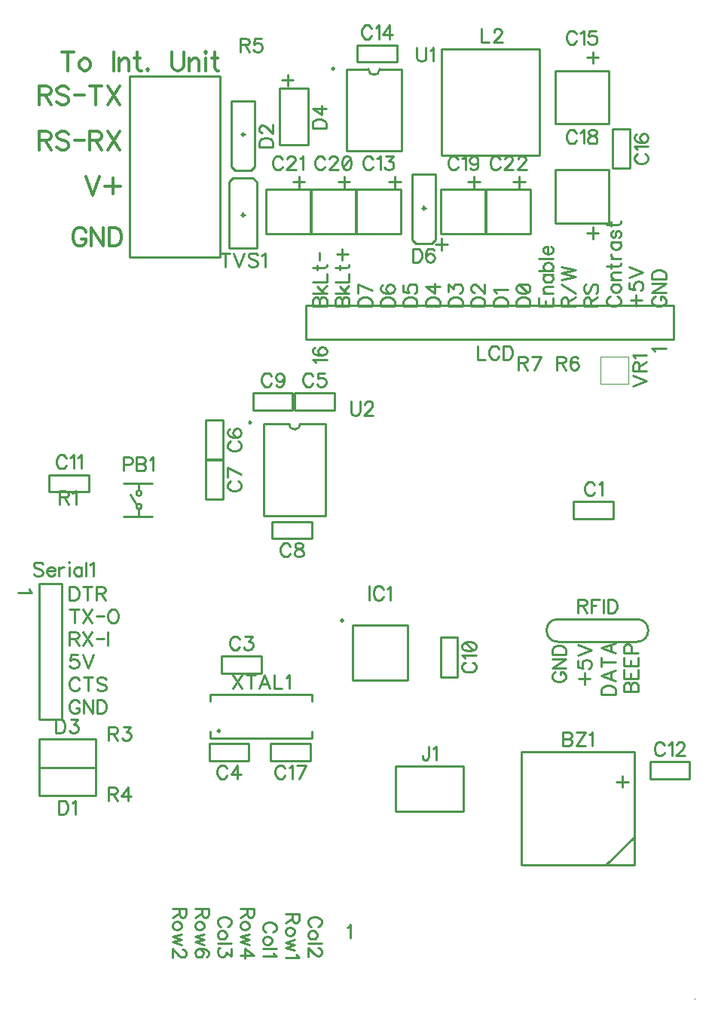
<source format=gbr>
G04 DipTrace 2.1.0.5*
%INTopSilk.gbr*%
%MOIN*%
%ADD10C,0.0098*%
%ADD11C,0.0055*%
%ADD12C,0.003*%
%ADD13C,0.0197*%
%ADD14C,0.02*%
%ADD15C,0.04*%
%ADD16C,0.0295*%
%ADD17C,0.0394*%
%ADD18C,0.0013*%
%ADD19C,0.0187*%
%ADD20R,0.0709X0.0197*%
%ADD21R,0.0197X0.0709*%
%ADD22R,0.2165X0.0787*%
%ADD23R,0.02X0.1181*%
%ADD24R,0.06X0.056*%
%ADD25R,0.0295X0.1772*%
%ADD26R,0.056X0.06*%
%ADD27R,0.1969X0.0984*%
%ADD28C,0.059*%
%ADD29C,0.065*%
%ADD30C,0.0039*%
%ADD31R,0.0433X0.0354*%
%ADD32R,0.0394X0.0354*%
%ADD33R,0.0925X0.0236*%
%ADD34C,0.09*%
%ADD35R,0.1024X0.0551*%
%ADD36R,0.0512X0.0591*%
%ADD37R,0.06X0.06*%
%ADD38C,0.06*%
%ADD39R,0.0906X0.0906*%
%ADD40R,0.118X0.217*%
%ADD41R,0.0866X0.0236*%
%ADD42R,0.0728X0.1004*%
%ADD43R,0.07X0.03*%
%ADD44O,0.07X0.03*%
%ADD45R,0.03X0.07*%
%ADD46O,0.03X0.07*%
%ADD47R,0.059X0.059*%
%ADD48C,0.059*%
%ADD49C,0.03*%
%ADD50C,0.1181*%
%ADD51C,0.035*%
%ADD52C,0.0354*%
%ADD53C,0.05*%
%ADD54C,0.008*%
%ADD55C,0.068*%
%ADD56C,0.052*%
%ADD57C,0.067*%
%ADD58C,0.051*%
%ADD59R,0.067X0.067*%
%ADD60R,0.051X0.051*%
%ADD61O,0.038X0.078*%
%ADD62O,0.022X0.062*%
%ADD63R,0.038X0.078*%
%ADD64R,0.022X0.062*%
%ADD65O,0.078X0.038*%
%ADD66O,0.062X0.022*%
%ADD67R,0.078X0.038*%
%ADD68R,0.062X0.022*%
%ADD69R,0.0809X0.1084*%
%ADD70R,0.0648X0.0924*%
%ADD71R,0.0946X0.0317*%
%ADD72R,0.0786X0.0156*%
%ADD73R,0.126X0.225*%
%ADD74R,0.11X0.209*%
%ADD75R,0.0986X0.0986*%
%ADD76R,0.0825X0.0825*%
%ADD77R,0.068X0.068*%
%ADD78R,0.052X0.052*%
%ADD79R,0.0592X0.0671*%
%ADD80R,0.0431X0.051*%
%ADD81R,0.1104X0.0631*%
%ADD82R,0.0943X0.0471*%
%ADD83C,0.098*%
%ADD84C,0.082*%
%ADD85R,0.1006X0.0317*%
%ADD86R,0.0845X0.0156*%
%ADD87R,0.0474X0.0435*%
%ADD88R,0.0313X0.0274*%
%ADD89R,0.0513X0.0435*%
%ADD90R,0.0353X0.0274*%
%ADD91C,0.073*%
%ADD92C,0.057*%
%ADD93C,0.067*%
%ADD94C,0.051*%
%ADD95R,0.2049X0.1065*%
%ADD96R,0.1888X0.0904*%
%ADD97R,0.064X0.068*%
%ADD98R,0.048X0.052*%
%ADD99R,0.0376X0.1852*%
%ADD100R,0.0215X0.1691*%
%ADD101R,0.068X0.064*%
%ADD102R,0.052X0.048*%
%ADD103R,0.028X0.1261*%
%ADD104R,0.012X0.1101*%
%ADD105R,0.2246X0.0868*%
%ADD106R,0.2085X0.0707*%
%ADD107R,0.0277X0.0789*%
%ADD108R,0.0117X0.0628*%
%ADD109R,0.0789X0.0277*%
%ADD110R,0.0628X0.0117*%
%ADD111C,0.0093*%
%ADD112C,0.0124*%
%FSLAX44Y44*%
%SFA1B1*%
%OFA0B0*%
G04*
G70*
G90*
G75*
G01*
%LNTopSilk*%
%LPD*%
X14853Y16556D2*
D10*
X17285D1*
Y14124D1*
X14853D1*
Y16556D1*
D19*
X14385Y16748D3*
X8989Y11870D2*
D10*
G02X8989Y11870I-50J0D01*
G01*
X8564Y13171D2*
Y13466D1*
X13052Y11537D2*
Y11832D1*
X8564Y11537D2*
X13052D1*
X8564D2*
Y11832D1*
X13052Y13171D2*
Y13466D1*
X8564D2*
X13052D1*
X16984Y35812D2*
X15016D1*
Y33844D1*
X16984D1*
Y35812D1*
X16826Y41436D2*
X15073D1*
Y42188D1*
X16826D1*
Y41436D1*
X26181Y41062D2*
X23819D1*
Y38700D1*
X26181D1*
Y41062D1*
X27125Y38488D2*
X26374D1*
Y36736D1*
X27125D1*
Y38488D1*
X22315Y10938D2*
X27315D1*
Y5938D1*
X22315D1*
Y10938D1*
X27315Y7188D2*
X26064Y5938D1*
X28014Y10502D2*
X29767D1*
Y9750D1*
X28014D1*
Y10502D1*
X29043Y30671D2*
X12793D1*
Y29170D1*
X29043D1*
Y30671D1*
X25830Y28419D2*
D30*
X27050D1*
Y27199D1*
X25830D1*
Y28419D1*
X12044Y25446D2*
D10*
G03X12542Y25446I249J-1D01*
G01*
X10316Y25454D2*
G02X10316Y25454I0J50D01*
G01*
X13650Y25446D2*
Y21393D1*
X10936Y25446D2*
Y21393D1*
X13650D1*
X12542Y25446D2*
X13650D1*
X10936D2*
X12044D1*
X14052Y26065D2*
X12300D1*
Y26816D1*
X14052D1*
Y26065D1*
X9126Y25616D2*
X8375D1*
Y23864D1*
X9126D1*
Y25616D1*
Y23866D2*
X8375D1*
Y22114D1*
X9126D1*
Y23866D1*
X13053Y20377D2*
X11300D1*
Y21128D1*
X13053D1*
Y20377D1*
X10450Y26816D2*
X12202D1*
Y26065D1*
X10450D1*
Y26816D1*
X4997Y40810D2*
X8997D1*
Y32810D1*
X4997D1*
Y40810D1*
X4739Y22815D2*
X5999D1*
X4739Y21358D2*
X5999D1*
X5408Y22815D2*
Y22500D1*
Y21398D2*
Y21634D1*
X5290Y21791D2*
G02X5290Y21791I118J0D01*
G01*
Y22382D2*
G02X5290Y22382I118J0D01*
G01*
Y21870D2*
X5014Y22303D1*
X2000Y18381D2*
X1000D1*
Y12380D1*
X2000D1*
Y18381D1*
X3176Y22439D2*
X1424D1*
Y23190D1*
X3176D1*
Y22439D1*
X9062Y15177D2*
X10815D1*
Y14426D1*
X9062D1*
Y15177D1*
X18752Y14264D2*
X19504D1*
Y16017D1*
X18752D1*
Y14264D1*
X27440Y15814D2*
X23940D1*
X27440Y16814D2*
X23940D1*
X27440Y15814D2*
G03X27440Y16814I-1J500D01*
G01*
X23940D2*
G03X23940Y15814I1J-500D01*
G01*
X9390Y33202D2*
Y36135D1*
X10610Y33202D2*
Y36135D1*
X10433Y36312D2*
X9567D1*
X9390Y36135D2*
X9567Y36312D1*
X10610Y36135D2*
X10433Y36312D1*
X10610Y33202D2*
X9390D1*
X10079Y34698D2*
X9920D1*
X10000Y34620D2*
Y34776D1*
X18781Y42031D2*
X23112D1*
Y37306D1*
X18781D1*
Y42031D1*
X15558Y41122D2*
G03X16061Y41122I251J4D01*
G01*
X13996Y41096D2*
G02X13996Y41096I0J50D01*
G01*
X17030Y41122D2*
Y37501D1*
X14589Y41122D2*
Y37501D1*
X17030D1*
X16061Y41122D2*
X17030D1*
X14589D2*
X15558D1*
X18521Y33579D2*
X18344Y33401D1*
X17656D2*
X18344D1*
X18521Y36471D2*
Y33579D1*
X17478Y36471D2*
Y33579D1*
Y36471D2*
X18521D1*
X17478Y33579D2*
X17656Y33401D1*
X17922Y34994D2*
X18078D1*
X18000Y35074D2*
Y34918D1*
X23819Y34312D2*
X26181D1*
Y36674D1*
X23819D1*
Y34312D1*
X20734Y35812D2*
X18766D1*
Y33844D1*
X20734D1*
Y35812D1*
X14984D2*
X13016D1*
Y33844D1*
X14984D1*
Y35812D1*
X12984D2*
X11016D1*
Y33844D1*
X12984D1*
Y35812D1*
X22734D2*
X20766D1*
Y33844D1*
X22734D1*
Y35812D1*
X8512Y11314D2*
X10265D1*
Y10563D1*
X8512D1*
Y11314D1*
X12990Y10563D2*
X11237D1*
Y11314D1*
X12990D1*
Y10563D1*
X976Y10252D2*
X3480D1*
Y9000D1*
X976D1*
Y10252D1*
Y11502D2*
X3480D1*
Y10250D1*
X976D1*
Y11502D1*
X10521Y36829D2*
X10344Y36651D1*
X9656D2*
X10344D1*
X10521Y39721D2*
Y36829D1*
X9478Y39721D2*
Y36829D1*
Y39721D2*
X10521D1*
X9478Y36829D2*
X9656Y36651D1*
X9922Y38244D2*
X10078D1*
X10000Y38324D2*
Y38168D1*
X12876Y40274D2*
X11624D1*
Y37770D1*
X12876D1*
Y40274D1*
X24639Y22003D2*
X26391D1*
Y21252D1*
X24639D1*
Y22003D1*
X17835Y8313D2*
X19752D1*
X16752D2*
X19752D1*
X16752Y10313D2*
X19752D1*
X16752Y8313D2*
Y10313D1*
X19752Y8313D2*
Y10313D1*
X30003Y0D2*
D18*
Y62D1*
X15597Y18266D2*
D111*
Y17663D1*
X16212Y18123D2*
X16184Y18180D1*
D2*
X16126Y18237D1*
D2*
X16069Y18266D1*
D2*
X15954D1*
D2*
X15897Y18237D1*
D2*
X15840Y18180D1*
D2*
X15811Y18123D1*
D2*
X15782Y18036D1*
D2*
Y17892D1*
D2*
X15811Y17807D1*
D2*
X15840Y17749D1*
D2*
X15897Y17692D1*
D2*
X15954Y17663D1*
D2*
X16069D1*
D2*
X16126Y17692D1*
D2*
X16184Y17749D1*
D2*
X16212Y17807D1*
X16398Y18150D2*
X16455Y18180D1*
D2*
X16542Y18265D1*
D2*
Y17663D1*
X9562Y14345D2*
X9964Y13742D1*
Y14345D2*
X9562Y13742D1*
X10350Y14345D2*
Y13742D1*
X10149Y14345D2*
X10551D1*
X11196Y13742D2*
X10966Y14345D1*
D2*
X10736Y13742D1*
X10823Y13943D2*
X11110D1*
X11381Y14345D2*
Y13742D1*
D2*
X11725D1*
X11911Y14229D2*
X11968Y14258D1*
D2*
X12055Y14344D1*
D2*
Y13742D1*
X15757Y37138D2*
X15728Y37195D1*
D2*
X15671Y37253D1*
D2*
X15614Y37281D1*
D2*
X15499D1*
D2*
X15441Y37253D1*
D2*
X15384Y37195D1*
D2*
X15355Y37138D1*
D2*
X15326Y37052D1*
D2*
Y36908D1*
D2*
X15355Y36822D1*
D2*
X15384Y36765D1*
D2*
X15441Y36708D1*
D2*
X15499Y36678D1*
D2*
X15614D1*
D2*
X15671Y36708D1*
D2*
X15728Y36765D1*
D2*
X15757Y36822D1*
X15942Y37166D2*
X16000Y37195D1*
D2*
X16086Y37281D1*
D2*
Y36678D1*
X16329Y37281D2*
X16644D1*
D2*
X16472Y37051D1*
D2*
X16558D1*
D2*
X16616Y37023D1*
D2*
X16644Y36994D1*
D2*
X16673Y36908D1*
D2*
Y36851D1*
D2*
X16644Y36765D1*
D2*
X16587Y36707D1*
D2*
X16501Y36678D1*
D2*
X16415D1*
D2*
X16329Y36707D1*
D2*
X16300Y36736D1*
D2*
X16271Y36793D1*
X15693Y42923D2*
X15664Y42980D1*
D2*
X15606Y43038D1*
D2*
X15549Y43066D1*
D2*
X15435D1*
D2*
X15377Y43038D1*
D2*
X15320Y42980D1*
D2*
X15291Y42923D1*
D2*
X15262Y42837D1*
D2*
Y42693D1*
D2*
X15291Y42607D1*
D2*
X15320Y42550D1*
D2*
X15377Y42493D1*
D2*
X15435Y42463D1*
D2*
X15549D1*
D2*
X15606Y42493D1*
D2*
X15664Y42550D1*
D2*
X15693Y42607D1*
X15878Y42951D2*
X15936Y42980D1*
D2*
X16022Y43066D1*
D2*
Y42463D1*
X16494D2*
Y43066D1*
D2*
X16207Y42664D1*
D2*
X16637D1*
X24757Y42683D2*
X24728Y42740D1*
D2*
X24671Y42798D1*
D2*
X24614Y42827D1*
D2*
X24499D1*
D2*
X24441Y42798D1*
D2*
X24384Y42740D1*
D2*
X24355Y42683D1*
D2*
X24326Y42597D1*
D2*
Y42453D1*
D2*
X24355Y42368D1*
D2*
X24384Y42310D1*
D2*
X24441Y42253D1*
D2*
X24499Y42224D1*
D2*
X24614D1*
D2*
X24671Y42253D1*
D2*
X24728Y42310D1*
D2*
X24757Y42368D1*
X24942Y42711D2*
X25000Y42740D1*
D2*
X25086Y42826D1*
D2*
Y42224D1*
X25616Y42826D2*
X25329D1*
D2*
X25300Y42568D1*
D2*
X25329Y42596D1*
D2*
X25415Y42626D1*
D2*
X25501D1*
D2*
X25587Y42596D1*
D2*
X25645Y42539D1*
D2*
X25673Y42453D1*
D2*
Y42396D1*
D2*
X25645Y42310D1*
D2*
X25587Y42252D1*
D2*
X25501Y42224D1*
D2*
X25415D1*
D2*
X25329Y42252D1*
D2*
X25300Y42281D1*
D2*
X25271Y42338D1*
X27472Y37384D2*
X27415Y37355D1*
D2*
X27357Y37297D1*
D2*
X27329Y37240D1*
D2*
Y37126D1*
D2*
X27357Y37068D1*
D2*
X27415Y37011D1*
D2*
X27472Y36982D1*
D2*
X27558Y36953D1*
D2*
X27702D1*
D2*
X27788Y36982D1*
D2*
X27846Y37011D1*
D2*
X27903Y37068D1*
D2*
X27932Y37126D1*
D2*
Y37240D1*
D2*
X27903Y37297D1*
D2*
X27846Y37355D1*
D2*
X27788Y37384D1*
X27444Y37569D2*
X27415Y37627D1*
D2*
X27330Y37713D1*
D2*
X27932D1*
X27415Y38242D2*
X27358Y38214D1*
D2*
X27330Y38128D1*
D2*
Y38071D1*
D2*
X27358Y37984D1*
D2*
X27444Y37927D1*
D2*
X27588Y37898D1*
D2*
X27731D1*
D2*
X27846Y37927D1*
D2*
X27903Y37984D1*
D2*
X27932Y38071D1*
D2*
Y38099D1*
D2*
X27903Y38185D1*
D2*
X27846Y38242D1*
D2*
X27759Y38271D1*
D2*
X27731D1*
D2*
X27645Y38242D1*
D2*
X27588Y38185D1*
D2*
X27559Y38099D1*
D2*
Y38071D1*
D2*
X27588Y37984D1*
D2*
X27645Y37927D1*
D2*
X27731Y37898D1*
X24156Y11817D2*
Y11214D1*
D2*
X24414D1*
D2*
X24500Y11243D1*
D2*
X24529Y11272D1*
D2*
X24557Y11329D1*
D2*
Y11415D1*
D2*
X24529Y11473D1*
D2*
X24500Y11501D1*
D2*
X24414Y11530D1*
D2*
X24500Y11559D1*
D2*
X24529Y11588D1*
D2*
X24557Y11645D1*
D2*
Y11702D1*
D2*
X24529Y11759D1*
D2*
X24500Y11789D1*
D2*
X24414Y11817D1*
D2*
X24156D1*
Y11530D2*
X24414D1*
X24743Y11817D2*
X25145D1*
D2*
X24743Y11214D1*
D2*
X25145D1*
X25330Y11702D2*
X25388Y11731D1*
D2*
X25474Y11816D1*
D2*
Y11214D1*
X28647Y11237D2*
X28619Y11294D1*
D2*
X28561Y11352D1*
D2*
X28504Y11380D1*
D2*
X28389D1*
D2*
X28332Y11352D1*
D2*
X28275Y11294D1*
D2*
X28245Y11237D1*
D2*
X28217Y11151D1*
D2*
Y11007D1*
D2*
X28245Y10921D1*
D2*
X28275Y10864D1*
D2*
X28332Y10807D1*
D2*
X28389Y10777D1*
D2*
X28504D1*
D2*
X28561Y10807D1*
D2*
X28619Y10864D1*
D2*
X28647Y10921D1*
X28833Y11265D2*
X28890Y11294D1*
D2*
X28977Y11380D1*
D2*
Y10777D1*
X29191Y11236D2*
Y11265D1*
D2*
X29219Y11323D1*
D2*
X29248Y11351D1*
D2*
X29306Y11380D1*
D2*
X29420D1*
D2*
X29477Y11351D1*
D2*
X29506Y11323D1*
D2*
X29535Y11265D1*
D2*
Y11208D1*
D2*
X29506Y11150D1*
D2*
X29449Y11065D1*
D2*
X29162Y10777D1*
D2*
X29564D1*
X27254Y27121D2*
X27857Y27351D1*
D2*
X27254Y27580D1*
X27541Y27766D2*
Y28024D1*
D2*
X27512Y28110D1*
D2*
X27483Y28139D1*
D2*
X27426Y28168D1*
D2*
X27369D1*
D2*
X27312Y28139D1*
D2*
X27282Y28110D1*
D2*
X27254Y28024D1*
D2*
Y27766D1*
D2*
X27857D1*
X27541Y27967D2*
X27857Y28168D1*
X27369Y28353D2*
X27340Y28410D1*
D2*
X27254Y28497D1*
D2*
X27857D1*
X14780Y26433D2*
Y26002D1*
D2*
X14809Y25916D1*
D2*
X14867Y25859D1*
D2*
X14953Y25830D1*
D2*
X15010D1*
D2*
X15096Y25859D1*
D2*
X15154Y25916D1*
D2*
X15182Y26002D1*
D2*
Y26433D1*
X15397Y26289D2*
Y26317D1*
D2*
X15425Y26375D1*
D2*
X15454Y26404D1*
D2*
X15511Y26432D1*
D2*
X15626D1*
D2*
X15683Y26404D1*
D2*
X15712Y26375D1*
D2*
X15741Y26317D1*
D2*
Y26260D1*
D2*
X15712Y26203D1*
D2*
X15655Y26117D1*
D2*
X15368Y25830D1*
D2*
X15769D1*
X13098Y27551D2*
X13069Y27608D1*
D2*
X13011Y27666D1*
D2*
X12954Y27694D1*
D2*
X12840D1*
D2*
X12782Y27666D1*
D2*
X12725Y27608D1*
D2*
X12696Y27551D1*
D2*
X12667Y27465D1*
D2*
Y27321D1*
D2*
X12696Y27235D1*
D2*
X12725Y27178D1*
D2*
X12782Y27121D1*
D2*
X12840Y27091D1*
D2*
X12954D1*
D2*
X13011Y27121D1*
D2*
X13069Y27178D1*
D2*
X13098Y27235D1*
X13627Y27694D2*
X13341D1*
D2*
X13312Y27436D1*
D2*
X13341Y27464D1*
D2*
X13427Y27493D1*
D2*
X13512D1*
D2*
X13599Y27464D1*
D2*
X13656Y27407D1*
D2*
X13685Y27321D1*
D2*
Y27264D1*
D2*
X13656Y27178D1*
D2*
X13599Y27120D1*
D2*
X13512Y27091D1*
D2*
X13427D1*
D2*
X13341Y27120D1*
D2*
X13312Y27149D1*
D2*
X13283Y27206D1*
X9473Y24676D2*
X9416Y24648D1*
D2*
X9358Y24590D1*
D2*
X9330Y24533D1*
D2*
Y24418D1*
D2*
X9358Y24360D1*
D2*
X9416Y24303D1*
D2*
X9473Y24274D1*
D2*
X9559Y24246D1*
D2*
X9703D1*
D2*
X9789Y24274D1*
D2*
X9846Y24303D1*
D2*
X9904Y24360D1*
D2*
X9933Y24418D1*
D2*
Y24533D1*
D2*
X9904Y24590D1*
D2*
X9846Y24648D1*
D2*
X9789Y24676D1*
X9416Y25206D2*
X9359Y25177D1*
D2*
X9330Y25091D1*
D2*
Y25034D1*
D2*
X9359Y24948D1*
D2*
X9445Y24890D1*
D2*
X9588Y24861D1*
D2*
X9732D1*
D2*
X9846Y24890D1*
D2*
X9904Y24948D1*
D2*
X9933Y25034D1*
D2*
Y25062D1*
D2*
X9904Y25148D1*
D2*
X9846Y25206D1*
D2*
X9760Y25234D1*
D2*
X9732D1*
D2*
X9646Y25206D1*
D2*
X9588Y25148D1*
D2*
X9560Y25062D1*
D2*
Y25034D1*
D2*
X9588Y24948D1*
D2*
X9646Y24890D1*
D2*
X9732Y24861D1*
X9473Y22912D2*
X9416Y22883D1*
D2*
X9358Y22825D1*
D2*
X9330Y22768D1*
D2*
Y22654D1*
D2*
X9358Y22596D1*
D2*
X9416Y22539D1*
D2*
X9473Y22510D1*
D2*
X9559Y22481D1*
D2*
X9703D1*
D2*
X9789Y22510D1*
D2*
X9846Y22539D1*
D2*
X9904Y22596D1*
D2*
X9933Y22654D1*
D2*
Y22768D1*
D2*
X9904Y22825D1*
D2*
X9846Y22883D1*
D2*
X9789Y22912D1*
X9933Y23212D2*
X9330Y23499D1*
D2*
Y23097D1*
X12098Y20030D2*
X12070Y20087D1*
D2*
X12012Y20145D1*
D2*
X11955Y20173D1*
D2*
X11840D1*
D2*
X11782Y20145D1*
D2*
X11725Y20087D1*
D2*
X11696Y20030D1*
D2*
X11668Y19944D1*
D2*
Y19800D1*
D2*
X11696Y19714D1*
D2*
X11725Y19656D1*
D2*
X11782Y19599D1*
D2*
X11840Y19570D1*
D2*
X11955D1*
D2*
X12012Y19599D1*
D2*
X12070Y19656D1*
D2*
X12098Y19714D1*
X12427Y20172D2*
X12341Y20144D1*
D2*
X12312Y20087D1*
D2*
Y20029D1*
D2*
X12341Y19972D1*
D2*
X12398Y19943D1*
D2*
X12513Y19914D1*
D2*
X12599Y19886D1*
D2*
X12656Y19828D1*
D2*
X12685Y19771D1*
D2*
Y19685D1*
D2*
X12656Y19628D1*
D2*
X12628Y19599D1*
D2*
X12541Y19570D1*
D2*
X12427D1*
D2*
X12341Y19599D1*
D2*
X12312Y19628D1*
D2*
X12283Y19685D1*
D2*
Y19771D1*
D2*
X12312Y19828D1*
D2*
X12370Y19886D1*
D2*
X12455Y19914D1*
D2*
X12570Y19943D1*
D2*
X12628Y19972D1*
D2*
X12656Y20029D1*
D2*
Y20087D1*
D2*
X12628Y20144D1*
D2*
X12541Y20172D1*
D2*
X12427D1*
X11262Y27551D2*
X11233Y27608D1*
D2*
X11176Y27666D1*
D2*
X11119Y27694D1*
D2*
X11004D1*
D2*
X10946Y27666D1*
D2*
X10889Y27608D1*
D2*
X10860Y27551D1*
D2*
X10831Y27465D1*
D2*
Y27321D1*
D2*
X10860Y27235D1*
D2*
X10889Y27178D1*
D2*
X10946Y27121D1*
D2*
X11004Y27091D1*
D2*
X11119D1*
D2*
X11176Y27121D1*
D2*
X11233Y27178D1*
D2*
X11262Y27235D1*
X11821Y27493D2*
X11791Y27407D1*
D2*
X11734Y27349D1*
D2*
X11648Y27321D1*
D2*
X11620D1*
D2*
X11533Y27349D1*
D2*
X11476Y27407D1*
D2*
X11447Y27493D1*
D2*
Y27522D1*
D2*
X11476Y27608D1*
D2*
X11533Y27665D1*
D2*
X11620Y27694D1*
D2*
X11648D1*
D2*
X11734Y27665D1*
D2*
X11791Y27608D1*
D2*
X11821Y27493D1*
D2*
Y27349D1*
D2*
X11791Y27206D1*
D2*
X11734Y27120D1*
D2*
X11648Y27091D1*
D2*
X11591D1*
D2*
X11505Y27120D1*
D2*
X11476Y27178D1*
X4710Y23653D2*
X4968D1*
D2*
X5054Y23682D1*
D2*
X5083Y23711D1*
D2*
X5112Y23768D1*
D2*
Y23854D1*
D2*
X5083Y23911D1*
D2*
X5054Y23941D1*
D2*
X4968Y23969D1*
D2*
X4710D1*
D2*
Y23366D1*
X5297Y23969D2*
Y23366D1*
D2*
X5556D1*
D2*
X5642Y23395D1*
D2*
X5670Y23424D1*
D2*
X5699Y23481D1*
D2*
Y23567D1*
D2*
X5670Y23625D1*
D2*
X5642Y23653D1*
D2*
X5556Y23682D1*
D2*
X5642Y23711D1*
D2*
X5670Y23740D1*
D2*
X5699Y23797D1*
D2*
Y23854D1*
D2*
X5670Y23911D1*
D2*
X5642Y23941D1*
D2*
X5556Y23969D1*
D2*
X5297D1*
Y23682D2*
X5556D1*
X5884Y23854D2*
X5942Y23883D1*
D2*
X6028Y23968D1*
D2*
Y23366D1*
X1152Y19241D2*
X1095Y19299D1*
D2*
X1008Y19327D1*
D2*
X894D1*
D2*
X807Y19299D1*
D2*
X750Y19241D1*
D2*
Y19184D1*
D2*
X779Y19126D1*
D2*
X807Y19098D1*
D2*
X864Y19069D1*
D2*
X1037Y19012D1*
D2*
X1095Y18983D1*
D2*
X1123Y18954D1*
D2*
X1152Y18897D1*
D2*
Y18811D1*
D2*
X1095Y18754D1*
D2*
X1008Y18724D1*
D2*
X894D1*
D2*
X807Y18754D1*
D2*
X750Y18811D1*
X1337Y18954D2*
X1681D1*
D2*
Y19012D1*
D2*
X1653Y19069D1*
D2*
X1624Y19098D1*
D2*
X1566Y19126D1*
D2*
X1480D1*
D2*
X1423Y19098D1*
D2*
X1365Y19040D1*
D2*
X1337Y18954D1*
D2*
Y18897D1*
D2*
X1365Y18811D1*
D2*
X1423Y18754D1*
D2*
X1480Y18724D1*
D2*
X1566D1*
D2*
X1624Y18754D1*
D2*
X1681Y18811D1*
X1866Y19126D2*
Y18724D1*
Y18954D2*
X1896Y19040D1*
D2*
X1953Y19098D1*
D2*
X2010Y19126D1*
D2*
X2097D1*
X2282Y19327D2*
X2310Y19299D1*
D2*
X2339Y19327D1*
D2*
X2310Y19357D1*
D2*
X2282Y19327D1*
X2310Y19126D2*
Y18724D1*
X2869Y19126D2*
Y18724D1*
Y19040D2*
X2812Y19098D1*
D2*
X2754Y19126D1*
D2*
X2669D1*
D2*
X2611Y19098D1*
D2*
X2554Y19040D1*
D2*
X2525Y18954D1*
D2*
Y18897D1*
D2*
X2554Y18811D1*
D2*
X2611Y18754D1*
D2*
X2669Y18724D1*
D2*
X2754D1*
D2*
X2812Y18754D1*
D2*
X2869Y18811D1*
X3054Y19327D2*
Y18724D1*
X3240Y19212D2*
X3297Y19241D1*
D2*
X3383Y19327D1*
D2*
Y18724D1*
X2186Y23926D2*
X2158Y23983D1*
D2*
X2100Y24041D1*
D2*
X2043Y24069D1*
D2*
X1928D1*
D2*
X1870Y24041D1*
D2*
X1813Y23983D1*
D2*
X1784Y23926D1*
D2*
X1756Y23840D1*
D2*
Y23696D1*
D2*
X1784Y23610D1*
D2*
X1813Y23552D1*
D2*
X1870Y23495D1*
D2*
X1928Y23466D1*
D2*
X2043D1*
D2*
X2100Y23495D1*
D2*
X2158Y23552D1*
D2*
X2186Y23610D1*
X2371Y23954D2*
X2429Y23983D1*
D2*
X2515Y24068D1*
D2*
Y23466D1*
X2701Y23954D2*
X2758Y23983D1*
D2*
X2845Y24068D1*
D2*
Y23466D1*
X1883Y22201D2*
X2141D1*
D2*
X2228Y22231D1*
D2*
X2257Y22259D1*
D2*
X2285Y22316D1*
D2*
Y22374D1*
D2*
X2257Y22431D1*
D2*
X2228Y22460D1*
D2*
X2141Y22489D1*
D2*
X1883D1*
D2*
Y21886D1*
X2084Y22201D2*
X2285Y21886D1*
X2471Y22373D2*
X2528Y22402D1*
D2*
X2615Y22488D1*
D2*
Y21886D1*
X9860Y15913D2*
X9831Y15970D1*
D2*
X9774Y16027D1*
D2*
X9717Y16056D1*
D2*
X9602D1*
D2*
X9544Y16027D1*
D2*
X9487Y15970D1*
D2*
X9458Y15913D1*
D2*
X9430Y15826D1*
D2*
Y15682D1*
D2*
X9458Y15597D1*
D2*
X9487Y15539D1*
D2*
X9544Y15482D1*
D2*
X9602Y15453D1*
D2*
X9717D1*
D2*
X9774Y15482D1*
D2*
X9831Y15539D1*
D2*
X9860Y15597D1*
X10103Y16055D2*
X10418D1*
D2*
X10246Y15826D1*
D2*
X10332D1*
D2*
X10389Y15797D1*
D2*
X10418Y15769D1*
D2*
X10447Y15682D1*
D2*
Y15625D1*
D2*
X10418Y15539D1*
D2*
X10361Y15481D1*
D2*
X10275Y15453D1*
D2*
X10189D1*
D2*
X10103Y15481D1*
D2*
X10074Y15511D1*
D2*
X10045Y15568D1*
X19850Y14898D2*
X19793Y14869D1*
D2*
X19736Y14812D1*
D2*
X19707Y14755D1*
D2*
Y14640D1*
D2*
X19736Y14582D1*
D2*
X19793Y14525D1*
D2*
X19850Y14496D1*
D2*
X19937Y14467D1*
D2*
X20081D1*
D2*
X20166Y14496D1*
D2*
X20224Y14525D1*
D2*
X20281Y14582D1*
D2*
X20310Y14640D1*
D2*
Y14755D1*
D2*
X20281Y14812D1*
D2*
X20224Y14869D1*
D2*
X20166Y14898D1*
X19823Y15083D2*
X19793Y15141D1*
D2*
X19708Y15227D1*
D2*
X20310D1*
X19708Y15585D2*
X19736Y15498D1*
D2*
X19823Y15441D1*
D2*
X19966Y15412D1*
D2*
X20052D1*
D2*
X20195Y15441D1*
D2*
X20281Y15498D1*
D2*
X20310Y15585D1*
D2*
Y15642D1*
D2*
X20281Y15728D1*
D2*
X20195Y15785D1*
D2*
X20052Y15814D1*
D2*
X19966D1*
D2*
X19823Y15785D1*
D2*
X19736Y15728D1*
D2*
X19708Y15642D1*
D2*
Y15585D1*
X19823Y15785D2*
X20195Y15441D1*
X24824Y17406D2*
X25082D1*
D2*
X25168Y17435D1*
D2*
X25197Y17463D1*
D2*
X25226Y17520D1*
D2*
Y17578D1*
D2*
X25197Y17635D1*
D2*
X25168Y17664D1*
D2*
X25082Y17693D1*
D2*
X24824D1*
D2*
Y17090D1*
X25025Y17406D2*
X25226Y17090D1*
X25784Y17693D2*
X25411D1*
D2*
Y17090D1*
Y17406D2*
X25640D1*
X25970Y17693D2*
Y17090D1*
X26155Y17693D2*
Y17090D1*
D2*
X26356D1*
D2*
X26442Y17119D1*
D2*
X26500Y17176D1*
D2*
X26528Y17234D1*
D2*
X26557Y17319D1*
D2*
Y17463D1*
D2*
X26528Y17550D1*
D2*
X26500Y17607D1*
D2*
X26442Y17664D1*
D2*
X26356Y17693D1*
D2*
X26155D1*
X9220Y32998D2*
Y32395D1*
X9019Y32998D2*
X9420D1*
X9606D2*
X9835Y32395D1*
D2*
X10065Y32998D1*
X10652Y32912D2*
X10595Y32970D1*
D2*
X10509Y32998D1*
D2*
X10394D1*
D2*
X10308Y32970D1*
D2*
X10250Y32912D1*
D2*
Y32855D1*
D2*
X10279Y32797D1*
D2*
X10308Y32769D1*
D2*
X10365Y32740D1*
D2*
X10537Y32683D1*
D2*
X10595Y32654D1*
D2*
X10623Y32625D1*
D2*
X10652Y32568D1*
D2*
Y32482D1*
D2*
X10595Y32425D1*
D2*
X10509Y32395D1*
D2*
X10394D1*
D2*
X10308Y32425D1*
D2*
X10250Y32482D1*
X10837Y32883D2*
X10895Y32912D1*
D2*
X10981Y32998D1*
D2*
Y32395D1*
X20553Y42909D2*
Y42306D1*
D2*
X20897D1*
X21111Y42765D2*
Y42794D1*
D2*
X21140Y42852D1*
D2*
X21169Y42880D1*
D2*
X21226Y42909D1*
D2*
X21341D1*
D2*
X21398Y42880D1*
D2*
X21427Y42852D1*
D2*
X21456Y42794D1*
D2*
Y42737D1*
D2*
X21427Y42679D1*
D2*
X21369Y42594D1*
D2*
X21082Y42306D1*
D2*
X21484D1*
X17706Y42075D2*
Y41644D1*
D2*
X17735Y41558D1*
D2*
X17793Y41501D1*
D2*
X17879Y41472D1*
D2*
X17936D1*
D2*
X18022Y41501D1*
D2*
X18080Y41558D1*
D2*
X18108Y41644D1*
D2*
Y42075D1*
X18294Y41959D2*
X18351Y41988D1*
D2*
X18437Y42074D1*
D2*
Y41472D1*
X17520Y33197D2*
Y32594D1*
D2*
X17721D1*
D2*
X17807Y32623D1*
D2*
X17865Y32680D1*
D2*
X17893Y32738D1*
D2*
X17922Y32824D1*
D2*
Y32968D1*
D2*
X17893Y33054D1*
D2*
X17865Y33111D1*
D2*
X17807Y33169D1*
D2*
X17721Y33197D1*
D2*
X17520D1*
X18451Y33111D2*
X18423Y33168D1*
D2*
X18337Y33196D1*
D2*
X18279D1*
D2*
X18193Y33168D1*
D2*
X18136Y33082D1*
D2*
X18107Y32938D1*
D2*
Y32795D1*
D2*
X18136Y32680D1*
D2*
X18193Y32623D1*
D2*
X18279Y32594D1*
D2*
X18308D1*
D2*
X18394Y32623D1*
D2*
X18451Y32680D1*
D2*
X18480Y32767D1*
D2*
Y32795D1*
D2*
X18451Y32881D1*
D2*
X18394Y32938D1*
D2*
X18308Y32967D1*
D2*
X18279D1*
D2*
X18193Y32938D1*
D2*
X18136Y32881D1*
D2*
X18107Y32795D1*
X24757Y38295D2*
X24729Y38353D1*
D2*
X24671Y38410D1*
D2*
X24614Y38439D1*
D2*
X24499D1*
D2*
X24441Y38410D1*
D2*
X24384Y38353D1*
D2*
X24355Y38295D1*
D2*
X24327Y38209D1*
D2*
Y38065D1*
D2*
X24355Y37980D1*
D2*
X24384Y37922D1*
D2*
X24441Y37865D1*
D2*
X24499Y37836D1*
D2*
X24614D1*
D2*
X24671Y37865D1*
D2*
X24729Y37922D1*
D2*
X24757Y37980D1*
X24942Y38323D2*
X25000Y38353D1*
D2*
X25086Y38438D1*
D2*
Y37836D1*
X25415Y38438D2*
X25329Y38410D1*
D2*
X25300Y38353D1*
D2*
Y38295D1*
D2*
X25329Y38238D1*
D2*
X25386Y38209D1*
D2*
X25501Y38180D1*
D2*
X25587Y38152D1*
D2*
X25644Y38094D1*
D2*
X25673Y38037D1*
D2*
Y37951D1*
D2*
X25644Y37894D1*
D2*
X25616Y37864D1*
D2*
X25530Y37836D1*
D2*
X25415D1*
D2*
X25329Y37864D1*
D2*
X25300Y37894D1*
D2*
X25272Y37951D1*
D2*
Y38037D1*
D2*
X25300Y38094D1*
D2*
X25358Y38152D1*
D2*
X25443Y38180D1*
D2*
X25558Y38209D1*
D2*
X25616Y38238D1*
D2*
X25644Y38295D1*
D2*
Y38353D1*
D2*
X25616Y38410D1*
D2*
X25530Y38438D1*
D2*
X25415D1*
X19521Y37138D2*
X19493Y37195D1*
D2*
X19435Y37253D1*
D2*
X19378Y37281D1*
D2*
X19263D1*
D2*
X19205Y37253D1*
D2*
X19148Y37195D1*
D2*
X19119Y37138D1*
D2*
X19091Y37052D1*
D2*
Y36908D1*
D2*
X19119Y36822D1*
D2*
X19148Y36765D1*
D2*
X19205Y36708D1*
D2*
X19263Y36678D1*
D2*
X19378D1*
D2*
X19435Y36708D1*
D2*
X19493Y36765D1*
D2*
X19521Y36822D1*
X19706Y37166D2*
X19764Y37195D1*
D2*
X19850Y37281D1*
D2*
Y36678D1*
X20409Y37080D2*
X20380Y36994D1*
D2*
X20323Y36936D1*
D2*
X20237Y36908D1*
D2*
X20208D1*
D2*
X20122Y36936D1*
D2*
X20065Y36994D1*
D2*
X20036Y37080D1*
D2*
Y37109D1*
D2*
X20065Y37195D1*
D2*
X20122Y37252D1*
D2*
X20208Y37281D1*
D2*
X20237D1*
D2*
X20323Y37252D1*
D2*
X20380Y37195D1*
D2*
X20409Y37080D1*
D2*
Y36936D1*
D2*
X20380Y36793D1*
D2*
X20323Y36707D1*
D2*
X20237Y36678D1*
D2*
X20179D1*
D2*
X20093Y36707D1*
D2*
X20065Y36765D1*
X13628Y37138D2*
X13599Y37195D1*
D2*
X13542Y37253D1*
D2*
X13485Y37281D1*
D2*
X13370D1*
D2*
X13312Y37253D1*
D2*
X13255Y37195D1*
D2*
X13226Y37138D1*
D2*
X13197Y37052D1*
D2*
Y36908D1*
D2*
X13226Y36822D1*
D2*
X13255Y36765D1*
D2*
X13312Y36708D1*
D2*
X13370Y36678D1*
D2*
X13485D1*
D2*
X13542Y36708D1*
D2*
X13599Y36765D1*
D2*
X13628Y36822D1*
X13842Y37137D2*
Y37166D1*
D2*
X13871Y37224D1*
D2*
X13899Y37252D1*
D2*
X13957Y37281D1*
D2*
X14072D1*
D2*
X14129Y37252D1*
D2*
X14157Y37224D1*
D2*
X14187Y37166D1*
D2*
Y37109D1*
D2*
X14157Y37051D1*
D2*
X14100Y36966D1*
D2*
X13813Y36678D1*
D2*
X14215D1*
X14573Y37281D2*
X14487Y37252D1*
D2*
X14429Y37166D1*
D2*
X14400Y37023D1*
D2*
Y36936D1*
D2*
X14429Y36793D1*
D2*
X14487Y36707D1*
D2*
X14573Y36678D1*
D2*
X14630D1*
D2*
X14716Y36707D1*
D2*
X14773Y36793D1*
D2*
X14802Y36936D1*
D2*
Y37023D1*
D2*
X14773Y37166D1*
D2*
X14716Y37252D1*
D2*
X14630Y37281D1*
D2*
X14573D1*
X14773Y37166D2*
X14429Y36793D1*
X11757Y37138D2*
X11728Y37195D1*
D2*
X11671Y37253D1*
D2*
X11614Y37281D1*
D2*
X11499D1*
D2*
X11441Y37253D1*
D2*
X11384Y37195D1*
D2*
X11355Y37138D1*
D2*
X11326Y37052D1*
D2*
Y36908D1*
D2*
X11355Y36822D1*
D2*
X11384Y36765D1*
D2*
X11441Y36708D1*
D2*
X11499Y36678D1*
D2*
X11614D1*
D2*
X11671Y36708D1*
D2*
X11728Y36765D1*
D2*
X11757Y36822D1*
X11971Y37137D2*
Y37166D1*
D2*
X12000Y37224D1*
D2*
X12028Y37252D1*
D2*
X12086Y37281D1*
D2*
X12201D1*
D2*
X12258Y37252D1*
D2*
X12286Y37224D1*
D2*
X12316Y37166D1*
D2*
Y37109D1*
D2*
X12286Y37051D1*
D2*
X12229Y36966D1*
D2*
X11942Y36678D1*
D2*
X12344D1*
X12529Y37166D2*
X12587Y37195D1*
D2*
X12673Y37281D1*
D2*
Y36678D1*
X21378Y37138D2*
X21349Y37195D1*
D2*
X21292Y37253D1*
D2*
X21235Y37281D1*
D2*
X21120D1*
D2*
X21062Y37253D1*
D2*
X21005Y37195D1*
D2*
X20976Y37138D1*
D2*
X20947Y37052D1*
D2*
Y36908D1*
D2*
X20976Y36822D1*
D2*
X21005Y36765D1*
D2*
X21062Y36708D1*
D2*
X21120Y36678D1*
D2*
X21235D1*
D2*
X21292Y36708D1*
D2*
X21349Y36765D1*
D2*
X21378Y36822D1*
X21592Y37137D2*
Y37166D1*
D2*
X21621Y37224D1*
D2*
X21649Y37252D1*
D2*
X21707Y37281D1*
D2*
X21822D1*
D2*
X21879Y37252D1*
D2*
X21907Y37224D1*
D2*
X21937Y37166D1*
D2*
Y37109D1*
D2*
X21907Y37051D1*
D2*
X21850Y36966D1*
D2*
X21563Y36678D1*
D2*
X21965D1*
X22179Y37137D2*
Y37166D1*
D2*
X22208Y37224D1*
D2*
X22237Y37252D1*
D2*
X22294Y37281D1*
D2*
X22409D1*
D2*
X22466Y37252D1*
D2*
X22495Y37224D1*
D2*
X22524Y37166D1*
D2*
Y37109D1*
D2*
X22495Y37051D1*
D2*
X22437Y36966D1*
D2*
X22150Y36678D1*
D2*
X22552D1*
X9296Y10216D2*
X9267Y10273D1*
D2*
X9210Y10331D1*
D2*
X9153Y10359D1*
D2*
X9038D1*
D2*
X8980Y10331D1*
D2*
X8923Y10273D1*
D2*
X8894Y10216D1*
D2*
X8865Y10130D1*
D2*
Y9986D1*
D2*
X8894Y9900D1*
D2*
X8923Y9843D1*
D2*
X8980Y9786D1*
D2*
X9038Y9756D1*
D2*
X9153D1*
D2*
X9210Y9786D1*
D2*
X9267Y9843D1*
D2*
X9296Y9900D1*
X9768Y9756D2*
Y10359D1*
D2*
X9481Y9957D1*
D2*
X9911D1*
X11871Y10216D2*
X11842Y10273D1*
D2*
X11784Y10331D1*
D2*
X11727Y10359D1*
D2*
X11613D1*
D2*
X11555Y10331D1*
D2*
X11498Y10273D1*
D2*
X11469Y10216D1*
D2*
X11440Y10130D1*
D2*
Y9986D1*
D2*
X11469Y9900D1*
D2*
X11498Y9843D1*
D2*
X11555Y9786D1*
D2*
X11613Y9756D1*
D2*
X11727D1*
D2*
X11784Y9786D1*
D2*
X11842Y9843D1*
D2*
X11871Y9900D1*
X12056Y10244D2*
X12114Y10273D1*
D2*
X12200Y10359D1*
D2*
Y9756D1*
X12500D2*
X12787Y10359D1*
D2*
X12385D1*
X4067Y11763D2*
X4325D1*
D2*
X4411Y11792D1*
D2*
X4440Y11820D1*
D2*
X4469Y11877D1*
D2*
Y11935D1*
D2*
X4440Y11992D1*
D2*
X4411Y12021D1*
D2*
X4325Y12050D1*
D2*
X4067D1*
D2*
Y11447D1*
X4268Y11763D2*
X4469Y11447D1*
X4712Y12049D2*
X5027D1*
D2*
X4855Y11820D1*
D2*
X4941D1*
D2*
X4998Y11791D1*
D2*
X5027Y11763D1*
D2*
X5056Y11677D1*
D2*
Y11619D1*
D2*
X5027Y11533D1*
D2*
X4970Y11476D1*
D2*
X4884Y11447D1*
D2*
X4798D1*
D2*
X4712Y11476D1*
D2*
X4683Y11505D1*
D2*
X4654Y11562D1*
X4053Y9090D2*
X4311D1*
D2*
X4397Y9119D1*
D2*
X4426Y9148D1*
D2*
X4455Y9205D1*
D2*
Y9262D1*
D2*
X4426Y9319D1*
D2*
X4397Y9349D1*
D2*
X4311Y9377D1*
D2*
X4053D1*
D2*
Y8774D1*
X4254Y9090D2*
X4455Y8774D1*
X4927D2*
Y9376D1*
D2*
X4640Y8975D1*
D2*
X5070D1*
X1862Y8796D2*
Y8193D1*
D2*
X2063D1*
D2*
X2149Y8223D1*
D2*
X2207Y8280D1*
D2*
X2236Y8337D1*
D2*
X2264Y8423D1*
D2*
Y8567D1*
D2*
X2236Y8653D1*
D2*
X2207Y8710D1*
D2*
X2149Y8768D1*
D2*
X2063Y8796D1*
D2*
X1862D1*
X2449Y8681D2*
X2507Y8710D1*
D2*
X2593Y8796D1*
D2*
Y8193D1*
X1733Y12381D2*
Y11778D1*
D2*
X1934D1*
D2*
X2020Y11807D1*
D2*
X2078Y11864D1*
D2*
X2106Y11922D1*
D2*
X2135Y12007D1*
D2*
Y12151D1*
D2*
X2106Y12237D1*
D2*
X2078Y12294D1*
D2*
X2020Y12352D1*
D2*
X1934Y12381D1*
D2*
X1733D1*
X2378Y12380D2*
X2693D1*
D2*
X2521Y12150D1*
D2*
X2607D1*
D2*
X2665Y12122D1*
D2*
X2693Y12093D1*
D2*
X2722Y12007D1*
D2*
Y11950D1*
D2*
X2693Y11864D1*
D2*
X2636Y11806D1*
D2*
X2550Y11778D1*
D2*
X2464D1*
D2*
X2378Y11806D1*
D2*
X2349Y11835D1*
D2*
X2320Y11892D1*
X10725Y37692D2*
X11328D1*
D2*
Y37892D1*
D2*
X11299Y37979D1*
D2*
X11242Y38036D1*
D2*
X11184Y38065D1*
D2*
X11098Y38093D1*
D2*
X10954D1*
D2*
X10868Y38065D1*
D2*
X10811Y38036D1*
D2*
X10753Y37979D1*
D2*
X10725Y37892D1*
D2*
Y37692D1*
X10869Y38308D2*
X10840D1*
D2*
X10783Y38336D1*
D2*
X10754Y38365D1*
D2*
X10726Y38423D1*
D2*
Y38537D1*
D2*
X10754Y38594D1*
D2*
X10783Y38623D1*
D2*
X10840Y38652D1*
D2*
X10897D1*
D2*
X10955Y38623D1*
D2*
X11041Y38566D1*
D2*
X11328Y38279D1*
D2*
Y38681D1*
X9881Y42199D2*
X10139D1*
D2*
X10225Y42228D1*
D2*
X10255Y42257D1*
D2*
X10283Y42314D1*
D2*
Y42371D1*
D2*
X10255Y42428D1*
D2*
X10225Y42457D1*
D2*
X10139Y42486D1*
D2*
X9881D1*
D2*
Y41883D1*
X10082Y42199D2*
X10283Y41883D1*
X10813Y42485D2*
X10526D1*
D2*
X10498Y42227D1*
D2*
X10526Y42256D1*
D2*
X10612Y42285D1*
D2*
X10698D1*
D2*
X10784Y42256D1*
D2*
X10842Y42199D1*
D2*
X10870Y42113D1*
D2*
Y42056D1*
D2*
X10842Y41969D1*
D2*
X10784Y41912D1*
D2*
X10698Y41883D1*
D2*
X10612D1*
D2*
X10526Y41912D1*
D2*
X10498Y41941D1*
D2*
X10468Y41998D1*
X13079Y38513D2*
X13682D1*
D2*
Y38714D1*
D2*
X13653Y38800D1*
D2*
X13596Y38858D1*
D2*
X13538Y38887D1*
D2*
X13453Y38915D1*
D2*
X13309D1*
D2*
X13223Y38887D1*
D2*
X13166Y38858D1*
D2*
X13108Y38800D1*
D2*
X13079Y38714D1*
D2*
Y38513D1*
X13682Y39388D2*
X13080D1*
D2*
X13481Y39100D1*
D2*
Y39531D1*
X23896Y28140D2*
X24154D1*
D2*
X24241Y28169D1*
D2*
X24270Y28197D1*
D2*
X24298Y28254D1*
D2*
Y28312D1*
D2*
X24270Y28369D1*
D2*
X24241Y28398D1*
D2*
X24154Y28427D1*
D2*
X23896D1*
D2*
Y27824D1*
X24097Y28140D2*
X24298Y27824D1*
X24828Y28341D2*
X24799Y28398D1*
D2*
X24713Y28426D1*
D2*
X24656D1*
D2*
X24570Y28398D1*
D2*
X24512Y28311D1*
D2*
X24484Y28168D1*
D2*
Y28025D1*
D2*
X24512Y27910D1*
D2*
X24570Y27852D1*
D2*
X24656Y27824D1*
D2*
X24685D1*
D2*
X24770Y27852D1*
D2*
X24828Y27910D1*
D2*
X24856Y27996D1*
D2*
Y28025D1*
D2*
X24828Y28111D1*
D2*
X24770Y28168D1*
D2*
X24685Y28197D1*
D2*
X24656D1*
D2*
X24570Y28168D1*
D2*
X24512Y28111D1*
D2*
X24484Y28025D1*
X22194Y28140D2*
X22452D1*
D2*
X22538Y28169D1*
D2*
X22568Y28197D1*
D2*
X22596Y28254D1*
D2*
Y28312D1*
D2*
X22568Y28369D1*
D2*
X22538Y28398D1*
D2*
X22452Y28427D1*
D2*
X22194D1*
D2*
Y27824D1*
X22395Y28140D2*
X22596Y27824D1*
X22896D2*
X23183Y28426D1*
D2*
X22781D1*
X25566Y22738D2*
X25537Y22795D1*
D2*
X25479Y22853D1*
D2*
X25422Y22881D1*
D2*
X25308D1*
D2*
X25250Y22853D1*
D2*
X25193Y22795D1*
D2*
X25164Y22738D1*
D2*
X25135Y22652D1*
D2*
Y22508D1*
D2*
X25164Y22423D1*
D2*
X25193Y22365D1*
D2*
X25250Y22308D1*
D2*
X25308Y22279D1*
D2*
X25422D1*
D2*
X25479Y22308D1*
D2*
X25537Y22365D1*
D2*
X25566Y22423D1*
X25751Y22766D2*
X25809Y22795D1*
D2*
X25895Y22881D1*
D2*
Y22279D1*
X18231Y11192D2*
Y10733D1*
D2*
X18202Y10647D1*
D2*
X18173Y10618D1*
D2*
X18116Y10589D1*
D2*
X18058D1*
D2*
X18001Y10618D1*
D2*
X17973Y10647D1*
D2*
X17943Y10733D1*
D2*
Y10790D1*
X18416Y11077D2*
X18474Y11106D1*
D2*
X18560Y11191D1*
D2*
Y10589D1*
X3058Y33927D2*
D112*
X3020Y34003D1*
D2*
X2943Y34080D1*
D2*
X2867Y34118D1*
D2*
X2714D1*
D2*
X2637Y34080D1*
D2*
X2561Y34003D1*
D2*
X2522Y33927D1*
D2*
X2484Y33812D1*
D2*
Y33620D1*
D2*
X2522Y33506D1*
D2*
X2561Y33429D1*
D2*
X2637Y33353D1*
D2*
X2714Y33314D1*
D2*
X2867D1*
D2*
X2943Y33353D1*
D2*
X3020Y33429D1*
D2*
X3058Y33506D1*
D2*
Y33620D1*
D2*
X2867D1*
X3841Y34118D2*
Y33314D1*
D2*
X3305Y34118D1*
D2*
Y33314D1*
X4088Y34118D2*
Y33314D1*
D2*
X4356D1*
D2*
X4471Y33353D1*
D2*
X4548Y33429D1*
D2*
X4586Y33506D1*
D2*
X4624Y33620D1*
D2*
Y33812D1*
D2*
X4586Y33927D1*
D2*
X4548Y34003D1*
D2*
X4471Y34080D1*
D2*
X4356Y34118D1*
D2*
X4088D1*
X3047Y36368D2*
X3353Y35564D1*
D2*
X3659Y36368D1*
X4250Y36310D2*
Y35621D1*
X3906Y35965D2*
X4595D1*
X984Y37985D2*
X1328D1*
D2*
X1443Y38024D1*
D2*
X1482Y38062D1*
D2*
X1520Y38138D1*
D2*
Y38215D1*
D2*
X1482Y38291D1*
D2*
X1443Y38330D1*
D2*
X1328Y38368D1*
D2*
X984D1*
D2*
Y37564D1*
X1252Y37985D2*
X1520Y37564D1*
X2303Y38253D2*
X2227Y38330D1*
D2*
X2112Y38368D1*
D2*
X1959D1*
D2*
X1844Y38330D1*
D2*
X1767Y38253D1*
D2*
Y38177D1*
D2*
X1806Y38100D1*
D2*
X1844Y38062D1*
D2*
X1920Y38024D1*
D2*
X2150Y37947D1*
D2*
X2227Y37909D1*
D2*
X2265Y37870D1*
D2*
X2303Y37794D1*
D2*
Y37679D1*
D2*
X2227Y37603D1*
D2*
X2112Y37564D1*
D2*
X1959D1*
D2*
X1844Y37603D1*
D2*
X1767Y37679D1*
X2550Y37966D2*
X2992D1*
X3239Y37985D2*
X3583D1*
D2*
X3698Y38024D1*
D2*
X3737Y38062D1*
D2*
X3775Y38138D1*
D2*
Y38215D1*
D2*
X3737Y38291D1*
D2*
X3698Y38330D1*
D2*
X3583Y38368D1*
D2*
X3239D1*
D2*
Y37564D1*
X3507Y37985D2*
X3775Y37564D1*
X4022Y38368D2*
X4558Y37564D1*
Y38368D2*
X4022Y37564D1*
X984Y39985D2*
X1328D1*
D2*
X1443Y40024D1*
D2*
X1482Y40062D1*
D2*
X1520Y40138D1*
D2*
Y40215D1*
D2*
X1482Y40291D1*
D2*
X1443Y40330D1*
D2*
X1328Y40368D1*
D2*
X984D1*
D2*
Y39564D1*
X1252Y39985D2*
X1520Y39564D1*
X2303Y40253D2*
X2227Y40330D1*
D2*
X2112Y40368D1*
D2*
X1959D1*
D2*
X1844Y40330D1*
D2*
X1767Y40253D1*
D2*
Y40177D1*
D2*
X1806Y40100D1*
D2*
X1844Y40062D1*
D2*
X1920Y40024D1*
D2*
X2150Y39947D1*
D2*
X2227Y39909D1*
D2*
X2265Y39870D1*
D2*
X2303Y39794D1*
D2*
Y39679D1*
D2*
X2227Y39603D1*
D2*
X2112Y39564D1*
D2*
X1959D1*
D2*
X1844Y39603D1*
D2*
X1767Y39679D1*
X2550Y39966D2*
X2992D1*
X3507Y40368D2*
Y39564D1*
X3239Y40368D2*
X3775D1*
X4022D2*
X4558Y39564D1*
Y40368D2*
X4022Y39564D1*
X2252Y41868D2*
Y41064D1*
X1984Y41868D2*
X2520D1*
X2958Y41600D2*
X2882Y41562D1*
D2*
X2805Y41485D1*
D2*
X2767Y41370D1*
D2*
Y41294D1*
D2*
X2805Y41179D1*
D2*
X2882Y41103D1*
D2*
X2958Y41064D1*
D2*
X3073D1*
D2*
X3150Y41103D1*
D2*
X3226Y41179D1*
D2*
X3265Y41294D1*
D2*
Y41370D1*
D2*
X3226Y41485D1*
D2*
X3150Y41562D1*
D2*
X3073Y41600D1*
D2*
X2958D1*
X4290Y41868D2*
Y41064D1*
X4537Y41600D2*
Y41064D1*
Y41447D2*
X4652Y41562D1*
D2*
X4729Y41600D1*
D2*
X4843D1*
D2*
X4920Y41562D1*
D2*
X4958Y41447D1*
D2*
Y41064D1*
X5320Y41868D2*
Y41217D1*
D2*
X5358Y41103D1*
D2*
X5435Y41064D1*
D2*
X5511D1*
X5205Y41600D2*
X5473D1*
X5796Y41141D2*
X5758Y41102D1*
D2*
X5796Y41064D1*
D2*
X5835Y41102D1*
D2*
X5796Y41141D1*
X6859Y41868D2*
Y41294D1*
D2*
X6897Y41179D1*
D2*
X6974Y41103D1*
D2*
X7089Y41064D1*
D2*
X7165D1*
D2*
X7280Y41103D1*
D2*
X7357Y41179D1*
D2*
X7395Y41294D1*
D2*
Y41868D1*
X7642Y41600D2*
Y41064D1*
Y41447D2*
X7757Y41562D1*
D2*
X7834Y41600D1*
D2*
X7948D1*
D2*
X8025Y41562D1*
D2*
X8063Y41447D1*
D2*
Y41064D1*
X8310Y41868D2*
X8348Y41830D1*
D2*
X8387Y41868D1*
D2*
X8348Y41907D1*
D2*
X8310Y41868D1*
X8348Y41600D2*
Y41064D1*
X8749Y41868D2*
Y41217D1*
D2*
X8787Y41103D1*
D2*
X8864Y41064D1*
D2*
X8940D1*
X8634Y41600D2*
X8902D1*
X11977Y40892D2*
D111*
Y40376D1*
X11719Y40634D2*
X12236D1*
X12477Y36392D2*
Y35876D1*
X12219Y36134D2*
X12736D1*
X14477Y36392D2*
Y35876D1*
X14219Y36134D2*
X14736D1*
X16727Y36392D2*
Y35876D1*
X16469Y36134D2*
X16986D1*
X18790Y33642D2*
Y33125D1*
X18532Y33383D2*
X19048D1*
X20227Y36392D2*
Y35876D1*
X19969Y36134D2*
X20486D1*
X22227Y36392D2*
Y35876D1*
X21969Y36134D2*
X22486D1*
X25477Y34142D2*
Y33626D1*
X25219Y33884D2*
X25736D1*
X25477Y41892D2*
Y41376D1*
X25219Y41634D2*
X25736D1*
X23829Y14478D2*
X23772Y14450D1*
D2*
X23715Y14392D1*
D2*
X23686Y14335D1*
D2*
Y14220D1*
D2*
X23715Y14162D1*
D2*
X23772Y14105D1*
D2*
X23829Y14076D1*
D2*
X23916Y14048D1*
D2*
X24060D1*
D2*
X24145Y14076D1*
D2*
X24203Y14105D1*
D2*
X24260Y14162D1*
D2*
X24289Y14220D1*
D2*
Y14335D1*
D2*
X24260Y14392D1*
D2*
X24203Y14450D1*
D2*
X24145Y14478D1*
D2*
X24060D1*
D2*
Y14335D1*
X23686Y15065D2*
X24289D1*
D2*
X23686Y14663D1*
D2*
X24289D1*
X23686Y15251D2*
X24289D1*
D2*
Y15452D1*
D2*
X24260Y15538D1*
D2*
X24203Y15596D1*
D2*
X24145Y15624D1*
D2*
X24060Y15653D1*
D2*
X23916D1*
D2*
X23829Y15624D1*
D2*
X23772Y15596D1*
D2*
X23715Y15538D1*
D2*
X23686Y15452D1*
D2*
Y15251D1*
X24855Y14181D2*
X25371D1*
X25113Y13923D2*
Y14439D1*
X24812Y14969D2*
Y14682D1*
D2*
X25070Y14654D1*
D2*
X25041Y14682D1*
D2*
X25012Y14769D1*
D2*
Y14854D1*
D2*
X25041Y14940D1*
D2*
X25099Y14998D1*
D2*
X25185Y15027D1*
D2*
X25242D1*
D2*
X25328Y14998D1*
D2*
X25386Y14940D1*
D2*
X25414Y14854D1*
D2*
Y14769D1*
D2*
X25386Y14682D1*
D2*
X25357Y14654D1*
D2*
X25299Y14625D1*
X24811Y15212D2*
X25414Y15441D1*
D2*
X24811Y15671D1*
X25874Y13485D2*
X26477D1*
D2*
Y13686D1*
D2*
X26448Y13772D1*
D2*
X26391Y13830D1*
D2*
X26333Y13859D1*
D2*
X26247Y13887D1*
D2*
X26103D1*
D2*
X26017Y13859D1*
D2*
X25960Y13830D1*
D2*
X25902Y13772D1*
D2*
X25874Y13686D1*
D2*
Y13485D1*
X26477Y14532D2*
X25874Y14302D1*
D2*
X26477Y14072D1*
X26276Y14159D2*
Y14446D1*
X25874Y14918D2*
X26477D1*
X25874Y14717D2*
Y15119D1*
X26477Y15764D2*
X25874Y15534D1*
D2*
X26477Y15304D1*
X26276Y15391D2*
Y15678D1*
X26874Y13610D2*
X27477D1*
D2*
Y13869D1*
D2*
X27448Y13955D1*
D2*
X27419Y13984D1*
D2*
X27362Y14012D1*
D2*
X27276D1*
D2*
X27218Y13984D1*
D2*
X27190Y13955D1*
D2*
X27161Y13869D1*
D2*
X27132Y13955D1*
D2*
X27104Y13984D1*
D2*
X27046Y14012D1*
D2*
X26989D1*
D2*
X26932Y13984D1*
D2*
X26903Y13955D1*
D2*
X26874Y13869D1*
D2*
Y13610D1*
X27161D2*
Y13869D1*
X26874Y14570D2*
Y14197D1*
D2*
X27477D1*
D2*
Y14570D1*
X27161Y14197D2*
Y14427D1*
X26874Y15128D2*
Y14755D1*
D2*
X27477D1*
D2*
Y15128D1*
X27161Y14755D2*
Y14985D1*
X27190Y15313D2*
Y15572D1*
D2*
X27161Y15658D1*
D2*
X27132Y15687D1*
D2*
X27075Y15715D1*
D2*
X26989D1*
D2*
X26932Y15687D1*
D2*
X26903Y15658D1*
D2*
X26874Y15572D1*
D2*
Y15313D1*
D2*
X27477D1*
X26790Y9890D2*
Y9373D1*
X26532Y9631D2*
X27049D1*
X28251Y31072D2*
X28194Y31043D1*
D2*
X28136Y30986D1*
D2*
X28108Y30929D1*
D2*
Y30814D1*
D2*
X28136Y30756D1*
D2*
X28194Y30699D1*
D2*
X28251Y30670D1*
D2*
X28337Y30642D1*
D2*
X28481D1*
D2*
X28566Y30670D1*
D2*
X28624Y30699D1*
D2*
X28681Y30756D1*
D2*
X28710Y30814D1*
D2*
Y30929D1*
D2*
X28681Y30986D1*
D2*
X28624Y31043D1*
D2*
X28566Y31072D1*
D2*
X28481D1*
D2*
Y30929D1*
X28108Y31659D2*
X28710D1*
D2*
X28108Y31257D1*
D2*
X28710D1*
X28108Y31844D2*
X28710D1*
D2*
Y32045D1*
D2*
X28681Y32132D1*
D2*
X28624Y32189D1*
D2*
X28566Y32218D1*
D2*
X28481Y32246D1*
D2*
X28337D1*
D2*
X28251Y32218D1*
D2*
X28194Y32189D1*
D2*
X28136Y32132D1*
D2*
X28108Y32045D1*
D2*
Y31844D1*
X27150Y30900D2*
X27667D1*
X27409Y30642D2*
Y31158D1*
X27107Y31688D2*
Y31401D1*
D2*
X27365Y31373D1*
D2*
X27337Y31401D1*
D2*
X27307Y31488D1*
D2*
Y31573D1*
D2*
X27337Y31659D1*
D2*
X27394Y31717D1*
D2*
X27480Y31746D1*
D2*
X27537D1*
D2*
X27623Y31717D1*
D2*
X27681Y31659D1*
D2*
X27709Y31573D1*
D2*
Y31488D1*
D2*
X27681Y31401D1*
D2*
X27652Y31373D1*
D2*
X27595Y31344D1*
X27107Y31931D2*
X27709Y32160D1*
D2*
X27107Y32390D1*
X26250Y31072D2*
X26193Y31044D1*
D2*
X26136Y30986D1*
D2*
X26107Y30929D1*
D2*
Y30814D1*
D2*
X26136Y30757D1*
D2*
X26193Y30699D1*
D2*
X26250Y30670D1*
D2*
X26337Y30642D1*
D2*
X26481D1*
D2*
X26566Y30670D1*
D2*
X26624Y30699D1*
D2*
X26681Y30757D1*
D2*
X26710Y30814D1*
D2*
Y30929D1*
D2*
X26681Y30986D1*
D2*
X26624Y31044D1*
D2*
X26566Y31072D1*
X26308Y31401D2*
X26337Y31344D1*
D2*
X26394Y31286D1*
D2*
X26481Y31257D1*
D2*
X26538D1*
D2*
X26624Y31286D1*
D2*
X26681Y31344D1*
D2*
X26710Y31401D1*
D2*
Y31487D1*
D2*
X26681Y31545D1*
D2*
X26624Y31602D1*
D2*
X26538Y31631D1*
D2*
X26481D1*
D2*
X26394Y31602D1*
D2*
X26337Y31545D1*
D2*
X26308Y31487D1*
D2*
Y31401D1*
Y31816D2*
X26710D1*
X26423D2*
X26337Y31902D1*
D2*
X26308Y31960D1*
D2*
Y32046D1*
D2*
X26337Y32103D1*
D2*
X26423Y32132D1*
D2*
X26710D1*
X26107Y32403D2*
X26595D1*
D2*
X26681Y32432D1*
D2*
X26710Y32490D1*
D2*
Y32547D1*
X26308Y32317D2*
Y32518D1*
Y32732D2*
X26710D1*
X26481D2*
X26394Y32761D1*
D2*
X26337Y32818D1*
D2*
X26308Y32876D1*
D2*
Y32962D1*
Y33492D2*
X26710D1*
X26394D2*
X26337Y33434D1*
D2*
X26308Y33377D1*
D2*
Y33291D1*
D2*
X26337Y33234D1*
D2*
X26394Y33176D1*
D2*
X26481Y33147D1*
D2*
X26538D1*
D2*
X26624Y33176D1*
D2*
X26681Y33234D1*
D2*
X26710Y33291D1*
D2*
Y33377D1*
D2*
X26681Y33434D1*
D2*
X26624Y33492D1*
X26394Y33992D2*
X26337Y33964D1*
D2*
X26308Y33878D1*
D2*
Y33792D1*
D2*
X26337Y33705D1*
D2*
X26394Y33677D1*
D2*
X26451Y33705D1*
D2*
X26481Y33763D1*
D2*
X26509Y33906D1*
D2*
X26538Y33964D1*
D2*
X26595Y33992D1*
D2*
X26624D1*
D2*
X26681Y33964D1*
D2*
X26710Y33878D1*
D2*
Y33792D1*
D2*
X26681Y33705D1*
D2*
X26624Y33677D1*
X26107Y34264D2*
X26595D1*
D2*
X26681Y34292D1*
D2*
X26710Y34350D1*
D2*
Y34407D1*
X26308Y34178D2*
Y34379D1*
X25393Y30642D2*
Y30900D1*
D2*
X25364Y30986D1*
D2*
X25336Y31015D1*
D2*
X25279Y31044D1*
D2*
X25221D1*
D2*
X25164Y31015D1*
D2*
X25135Y30986D1*
D2*
X25106Y30900D1*
D2*
Y30642D1*
D2*
X25709D1*
X25393Y30843D2*
X25709Y31044D1*
X25192Y31631D2*
X25135Y31574D1*
D2*
X25106Y31488D1*
D2*
Y31373D1*
D2*
X25135Y31287D1*
D2*
X25192Y31229D1*
D2*
X25249D1*
D2*
X25307Y31258D1*
D2*
X25336Y31287D1*
D2*
X25364Y31344D1*
D2*
X25422Y31516D1*
D2*
X25450Y31574D1*
D2*
X25480Y31602D1*
D2*
X25537Y31631D1*
D2*
X25623D1*
D2*
X25680Y31574D1*
D2*
X25709Y31488D1*
D2*
Y31373D1*
D2*
X25680Y31287D1*
D2*
X25623Y31229D1*
X24394Y30642D2*
Y30900D1*
D2*
X24365Y30986D1*
D2*
X24336Y31015D1*
D2*
X24279Y31044D1*
D2*
X24221D1*
D2*
X24164Y31015D1*
D2*
X24135Y30986D1*
D2*
X24107Y30900D1*
D2*
Y30642D1*
D2*
X24710D1*
X24394Y30843D2*
X24710Y31044D1*
Y31229D2*
X24107Y31631D1*
Y31816D2*
X24710Y31960D1*
D2*
X24107Y32103D1*
D2*
X24710Y32247D1*
D2*
X24107Y32391D1*
X23107Y31014D2*
Y30642D1*
D2*
X23710D1*
D2*
Y31014D1*
X23395Y30642D2*
Y30871D1*
X23308Y31200D2*
X23710D1*
X23423D2*
X23337Y31286D1*
D2*
X23308Y31344D1*
D2*
Y31429D1*
D2*
X23337Y31487D1*
D2*
X23423Y31515D1*
D2*
X23710D1*
X23308Y32045D2*
X23710D1*
X23395D2*
X23337Y31988D1*
D2*
X23308Y31930D1*
D2*
Y31845D1*
D2*
X23337Y31787D1*
D2*
X23395Y31730D1*
D2*
X23481Y31701D1*
D2*
X23538D1*
D2*
X23624Y31730D1*
D2*
X23681Y31787D1*
D2*
X23710Y31845D1*
D2*
Y31930D1*
D2*
X23681Y31988D1*
D2*
X23624Y32045D1*
X23107Y32230D2*
X23710D1*
X23395D2*
X23337Y32288D1*
D2*
X23308Y32345D1*
D2*
Y32431D1*
D2*
X23337Y32488D1*
D2*
X23395Y32546D1*
D2*
X23481Y32574D1*
D2*
X23538D1*
D2*
X23624Y32546D1*
D2*
X23681Y32488D1*
D2*
X23710Y32431D1*
D2*
Y32345D1*
D2*
X23681Y32288D1*
D2*
X23624Y32230D1*
X23107Y32760D2*
X23710D1*
X23481Y32945D2*
Y33289D1*
D2*
X23423D1*
D2*
X23365Y33261D1*
D2*
X23337Y33232D1*
D2*
X23308Y33174D1*
D2*
Y33088D1*
D2*
X23337Y33031D1*
D2*
X23395Y32973D1*
D2*
X23481Y32945D1*
D2*
X23538D1*
D2*
X23624Y32973D1*
D2*
X23681Y33031D1*
D2*
X23710Y33088D1*
D2*
Y33174D1*
D2*
X23681Y33232D1*
D2*
X23624Y33289D1*
X22106Y30642D2*
X22709D1*
D2*
Y30843D1*
D2*
X22680Y30929D1*
D2*
X22623Y30987D1*
D2*
X22565Y31015D1*
D2*
X22480Y31044D1*
D2*
X22336D1*
D2*
X22250Y31015D1*
D2*
X22193Y30987D1*
D2*
X22135Y30929D1*
D2*
X22106Y30843D1*
D2*
Y30642D1*
X22107Y31401D2*
X22136Y31315D1*
D2*
X22222Y31258D1*
D2*
X22365Y31229D1*
D2*
X22451D1*
D2*
X22595Y31258D1*
D2*
X22681Y31315D1*
D2*
X22709Y31401D1*
D2*
Y31459D1*
D2*
X22681Y31545D1*
D2*
X22595Y31602D1*
D2*
X22451Y31631D1*
D2*
X22365D1*
D2*
X22222Y31602D1*
D2*
X22136Y31545D1*
D2*
X22107Y31459D1*
D2*
Y31401D1*
X22222Y31602D2*
X22595Y31258D1*
X21107Y30642D2*
X21710D1*
D2*
Y30843D1*
D2*
X21681Y30929D1*
D2*
X21624Y30987D1*
D2*
X21566Y31015D1*
D2*
X21480Y31044D1*
D2*
X21336D1*
D2*
X21250Y31015D1*
D2*
X21193Y30987D1*
D2*
X21136Y30929D1*
D2*
X21107Y30843D1*
D2*
Y30642D1*
X21222Y31229D2*
X21193Y31287D1*
D2*
X21108Y31373D1*
D2*
X21710D1*
X20106Y30642D2*
X20709D1*
D2*
Y30843D1*
D2*
X20680Y30929D1*
D2*
X20623Y30987D1*
D2*
X20565Y31015D1*
D2*
X20479Y31044D1*
D2*
X20335D1*
D2*
X20249Y31015D1*
D2*
X20192Y30987D1*
D2*
X20135Y30929D1*
D2*
X20106Y30843D1*
D2*
Y30642D1*
X20250Y31258D2*
X20221D1*
D2*
X20164Y31287D1*
D2*
X20135Y31315D1*
D2*
X20107Y31373D1*
D2*
Y31488D1*
D2*
X20135Y31545D1*
D2*
X20164Y31573D1*
D2*
X20221Y31602D1*
D2*
X20278D1*
D2*
X20336Y31573D1*
D2*
X20422Y31516D1*
D2*
X20709Y31229D1*
D2*
Y31631D1*
X19107Y30642D2*
X19710D1*
D2*
Y30843D1*
D2*
X19680Y30929D1*
D2*
X19623Y30987D1*
D2*
X19566Y31015D1*
D2*
X19480Y31044D1*
D2*
X19336D1*
D2*
X19250Y31015D1*
D2*
X19193Y30987D1*
D2*
X19135Y30929D1*
D2*
X19107Y30843D1*
D2*
Y30642D1*
Y31287D2*
Y31602D1*
D2*
X19337Y31430D1*
D2*
Y31516D1*
D2*
X19365Y31573D1*
D2*
X19394Y31602D1*
D2*
X19480Y31631D1*
D2*
X19537D1*
D2*
X19623Y31602D1*
D2*
X19681Y31545D1*
D2*
X19710Y31459D1*
D2*
Y31372D1*
D2*
X19681Y31287D1*
D2*
X19652Y31258D1*
D2*
X19595Y31229D1*
X18107Y30642D2*
X18710D1*
D2*
Y30843D1*
D2*
X18681Y30929D1*
D2*
X18624Y30987D1*
D2*
X18566Y31015D1*
D2*
X18481Y31044D1*
D2*
X18337D1*
D2*
X18251Y31015D1*
D2*
X18193Y30987D1*
D2*
X18136Y30929D1*
D2*
X18107Y30843D1*
D2*
Y30642D1*
X18710Y31516D2*
X18108D1*
D2*
X18509Y31229D1*
D2*
Y31659D1*
X17106Y30642D2*
X17709D1*
D2*
Y30843D1*
D2*
X17680Y30929D1*
D2*
X17623Y30987D1*
D2*
X17565Y31015D1*
D2*
X17480Y31044D1*
D2*
X17336D1*
D2*
X17250Y31015D1*
D2*
X17192Y30987D1*
D2*
X17135Y30929D1*
D2*
X17106Y30843D1*
D2*
Y30642D1*
X17107Y31573D2*
Y31287D1*
D2*
X17365Y31258D1*
D2*
X17336Y31287D1*
D2*
X17307Y31373D1*
D2*
Y31459D1*
D2*
X17336Y31545D1*
D2*
X17393Y31602D1*
D2*
X17480Y31631D1*
D2*
X17537D1*
D2*
X17623Y31602D1*
D2*
X17681Y31545D1*
D2*
X17709Y31459D1*
D2*
Y31373D1*
D2*
X17681Y31287D1*
D2*
X17651Y31258D1*
D2*
X17594Y31229D1*
X16107Y30641D2*
X16710D1*
D2*
Y30842D1*
D2*
X16681Y30929D1*
D2*
X16624Y30986D1*
D2*
X16566Y31015D1*
D2*
X16480Y31043D1*
D2*
X16336D1*
D2*
X16250Y31015D1*
D2*
X16193Y30986D1*
D2*
X16135Y30929D1*
D2*
X16107Y30842D1*
D2*
Y30641D1*
X16193Y31573D2*
X16136Y31544D1*
D2*
X16108Y31458D1*
D2*
Y31401D1*
D2*
X16136Y31315D1*
D2*
X16222Y31257D1*
D2*
X16366Y31229D1*
D2*
X16509D1*
D2*
X16624Y31257D1*
D2*
X16681Y31315D1*
D2*
X16710Y31401D1*
D2*
Y31430D1*
D2*
X16681Y31515D1*
D2*
X16624Y31573D1*
D2*
X16537Y31601D1*
D2*
X16509D1*
D2*
X16423Y31573D1*
D2*
X16366Y31515D1*
D2*
X16337Y31430D1*
D2*
Y31401D1*
D2*
X16366Y31315D1*
D2*
X16423Y31257D1*
D2*
X16509Y31229D1*
X15108Y30642D2*
X15710D1*
D2*
Y30843D1*
D2*
X15681Y30929D1*
D2*
X15624Y30987D1*
D2*
X15566Y31015D1*
D2*
X15481Y31044D1*
D2*
X15337D1*
D2*
X15251Y31015D1*
D2*
X15194Y30987D1*
D2*
X15136Y30929D1*
D2*
X15108Y30843D1*
D2*
Y30642D1*
X15710Y31344D2*
X15108Y31631D1*
D2*
Y31229D1*
X14107Y30642D2*
X14709D1*
D2*
Y30900D1*
D2*
X14680Y30986D1*
D2*
X14652Y31015D1*
D2*
X14595Y31044D1*
D2*
X14508D1*
D2*
X14451Y31015D1*
D2*
X14422Y30986D1*
D2*
X14394Y30900D1*
D2*
X14365Y30986D1*
D2*
X14336Y31015D1*
D2*
X14279Y31044D1*
D2*
X14221D1*
D2*
X14164Y31015D1*
D2*
X14135Y30986D1*
D2*
X14107Y30900D1*
D2*
Y30642D1*
X14394D2*
Y30900D1*
X14107Y31229D2*
X14709D1*
X14307Y31516D2*
X14595Y31229D1*
X14480Y31344D2*
X14709Y31544D1*
X14107Y31730D2*
X14709D1*
D2*
Y32074D1*
X14107Y32345D2*
X14595D1*
D2*
X14680Y32374D1*
D2*
X14709Y32432D1*
D2*
Y32489D1*
X14307Y32259D2*
Y32460D1*
X14150Y32932D2*
X14667D1*
X14409Y32674D2*
Y33191D1*
X13107Y30642D2*
X13710D1*
D2*
Y30901D1*
D2*
X13681Y30987D1*
D2*
X13652Y31015D1*
D2*
X13595Y31044D1*
D2*
X13509D1*
D2*
X13451Y31015D1*
D2*
X13423Y30987D1*
D2*
X13394Y30901D1*
D2*
X13365Y30987D1*
D2*
X13337Y31015D1*
D2*
X13280Y31044D1*
D2*
X13222D1*
D2*
X13165Y31015D1*
D2*
X13136Y30987D1*
D2*
X13107Y30901D1*
D2*
Y30642D1*
X13394D2*
Y30901D1*
X13107Y31229D2*
X13710D1*
X13308Y31516D2*
X13595Y31229D1*
X13481Y31344D2*
X13710Y31545D1*
X13107Y31730D2*
X13710D1*
D2*
Y32074D1*
X13107Y32346D2*
X13595D1*
D2*
X13681Y32374D1*
D2*
X13710Y32432D1*
D2*
Y32489D1*
X13308Y32260D2*
Y32460D1*
X13409Y32674D2*
Y33006D1*
X28223Y28641D2*
X28194Y28699D1*
D2*
X28108Y28785D1*
D2*
X28710D1*
X13223Y28142D2*
X13193Y28200D1*
D2*
X13108Y28286D1*
D2*
X13710D1*
X13193Y28815D2*
X13136Y28787D1*
D2*
X13108Y28701D1*
D2*
Y28643D1*
D2*
X13136Y28557D1*
D2*
X13223Y28500D1*
D2*
X13366Y28471D1*
D2*
X13509D1*
D2*
X13624Y28500D1*
D2*
X13681Y28557D1*
D2*
X13710Y28643D1*
D2*
Y28672D1*
D2*
X13681Y28758D1*
D2*
X13624Y28815D1*
D2*
X13538Y28844D1*
D2*
X13509D1*
D2*
X13423Y28815D1*
D2*
X13366Y28758D1*
D2*
X13337Y28672D1*
D2*
Y28643D1*
D2*
X13366Y28557D1*
D2*
X13423Y28500D1*
D2*
X13509Y28471D1*
X20378Y28895D2*
Y28292D1*
D2*
X20722D1*
X21338Y28752D2*
X21309Y28809D1*
D2*
X21252Y28867D1*
D2*
X21194Y28895D1*
D2*
X21080D1*
D2*
X21022Y28867D1*
D2*
X20965Y28809D1*
D2*
X20936Y28752D1*
D2*
X20907Y28666D1*
D2*
Y28522D1*
D2*
X20936Y28436D1*
D2*
X20965Y28378D1*
D2*
X21022Y28321D1*
D2*
X21080Y28292D1*
D2*
X21194D1*
D2*
X21252Y28321D1*
D2*
X21309Y28378D1*
D2*
X21338Y28436D1*
X21523Y28895D2*
Y28292D1*
D2*
X21724D1*
D2*
X21810Y28321D1*
D2*
X21868Y28378D1*
D2*
X21896Y28436D1*
D2*
X21925Y28522D1*
D2*
Y28666D1*
D2*
X21896Y28752D1*
D2*
X21868Y28809D1*
D2*
X21810Y28867D1*
D2*
X21724Y28895D1*
D2*
X21523D1*
X13342Y3225D2*
X13399Y3254D1*
D2*
X13456Y3312D1*
D2*
X13485Y3369D1*
D2*
Y3483D1*
D2*
X13456Y3541D1*
D2*
X13399Y3598D1*
D2*
X13342Y3627D1*
D2*
X13255Y3656D1*
D2*
X13112D1*
D2*
X13026Y3627D1*
D2*
X12968Y3598D1*
D2*
X12911Y3541D1*
D2*
X12882Y3483D1*
D2*
Y3369D1*
D2*
X12911Y3312D1*
D2*
X12968Y3254D1*
D2*
X13026Y3225D1*
X13284Y2897D2*
X13255Y2954D1*
D2*
X13198Y3012D1*
D2*
X13112Y3040D1*
D2*
X13055D1*
D2*
X12968Y3012D1*
D2*
X12911Y2954D1*
D2*
X12882Y2897D1*
D2*
Y2811D1*
D2*
X12911Y2753D1*
D2*
X12968Y2696D1*
D2*
X13055Y2667D1*
D2*
X13112D1*
D2*
X13198Y2696D1*
D2*
X13255Y2753D1*
D2*
X13284Y2811D1*
D2*
Y2897D1*
X13485Y2482D2*
X12882D1*
X13341Y2267D2*
X13370D1*
D2*
X13427Y2239D1*
D2*
X13456Y2210D1*
D2*
X13484Y2152D1*
D2*
Y2038D1*
D2*
X13456Y1981D1*
D2*
X13427Y1952D1*
D2*
X13370Y1923D1*
D2*
X13313D1*
D2*
X13255Y1952D1*
D2*
X13169Y2009D1*
D2*
X12882Y2296D1*
D2*
Y1894D1*
X11342Y2976D2*
X11399Y3004D1*
D2*
X11456Y3062D1*
D2*
X11485Y3119D1*
D2*
Y3234D1*
D2*
X11456Y3291D1*
D2*
X11399Y3348D1*
D2*
X11342Y3378D1*
D2*
X11255Y3406D1*
D2*
X11111D1*
D2*
X11026Y3378D1*
D2*
X10968Y3348D1*
D2*
X10911Y3291D1*
D2*
X10882Y3234D1*
D2*
Y3119D1*
D2*
X10911Y3062D1*
D2*
X10968Y3004D1*
D2*
X11026Y2976D1*
X11284Y2647D2*
X11255Y2704D1*
D2*
X11198Y2762D1*
D2*
X11111Y2790D1*
D2*
X11054D1*
D2*
X10968Y2762D1*
D2*
X10911Y2704D1*
D2*
X10882Y2647D1*
D2*
Y2561D1*
D2*
X10911Y2503D1*
D2*
X10968Y2446D1*
D2*
X11054Y2417D1*
D2*
X11111D1*
D2*
X11198Y2446D1*
D2*
X11255Y2503D1*
D2*
X11284Y2561D1*
D2*
Y2647D1*
X11485Y2232D2*
X10882D1*
X11369Y2046D2*
X11399Y1989D1*
D2*
X11484Y1903D1*
D2*
X10882D1*
X9342Y3225D2*
X9399Y3254D1*
D2*
X9457Y3312D1*
D2*
X9486Y3369D1*
D2*
Y3483D1*
D2*
X9457Y3541D1*
D2*
X9399Y3598D1*
D2*
X9342Y3627D1*
D2*
X9256Y3656D1*
D2*
X9112D1*
D2*
X9027Y3627D1*
D2*
X8969Y3598D1*
D2*
X8912Y3541D1*
D2*
X8883Y3483D1*
D2*
Y3369D1*
D2*
X8912Y3312D1*
D2*
X8969Y3254D1*
D2*
X9027Y3225D1*
X9285Y2897D2*
X9256Y2954D1*
D2*
X9198Y3012D1*
D2*
X9112Y3040D1*
D2*
X9055D1*
D2*
X8969Y3012D1*
D2*
X8912Y2954D1*
D2*
X8883Y2897D1*
D2*
Y2811D1*
D2*
X8912Y2753D1*
D2*
X8969Y2696D1*
D2*
X9055Y2667D1*
D2*
X9112D1*
D2*
X9198Y2696D1*
D2*
X9256Y2753D1*
D2*
X9285Y2811D1*
D2*
Y2897D1*
X9486Y2482D2*
X8883D1*
X9485Y2239D2*
Y1924D1*
D2*
X9255Y2095D1*
D2*
Y2009D1*
D2*
X9227Y1952D1*
D2*
X9198Y1924D1*
D2*
X9112Y1894D1*
D2*
X9055D1*
D2*
X8969Y1924D1*
D2*
X8911Y1981D1*
D2*
X8883Y2067D1*
D2*
Y2153D1*
D2*
X8911Y2239D1*
D2*
X8940Y2267D1*
D2*
X8997Y2296D1*
X12197Y3781D2*
Y3523D1*
D2*
X12226Y3437D1*
D2*
X12255Y3407D1*
D2*
X12312Y3379D1*
D2*
X12370D1*
D2*
X12427Y3407D1*
D2*
X12456Y3437D1*
D2*
X12484Y3523D1*
D2*
Y3781D1*
D2*
X11882D1*
X12197Y3580D2*
X11882Y3379D1*
X12283Y3050D2*
X12255Y3107D1*
D2*
X12197Y3165D1*
D2*
X12111Y3194D1*
D2*
X12054D1*
D2*
X11968Y3165D1*
D2*
X11911Y3107D1*
D2*
X11882Y3050D1*
D2*
Y2964D1*
D2*
X11911Y2906D1*
D2*
X11968Y2849D1*
D2*
X12054Y2820D1*
D2*
X12111D1*
D2*
X12197Y2849D1*
D2*
X12255Y2906D1*
D2*
X12283Y2964D1*
D2*
Y3050D1*
Y2635D2*
X11882Y2520D1*
D2*
X12283Y2405D1*
D2*
X11882Y2291D1*
D2*
X12283Y2176D1*
X12369Y1991D2*
X12398Y1933D1*
D2*
X12484Y1847D1*
D2*
X11882D1*
X7197Y4031D2*
Y3773D1*
D2*
X7227Y3687D1*
D2*
X7255Y3658D1*
D2*
X7312Y3629D1*
D2*
X7370D1*
D2*
X7427Y3658D1*
D2*
X7456Y3687D1*
D2*
X7485Y3773D1*
D2*
Y4031D1*
D2*
X6882D1*
X7197Y3830D2*
X6882Y3629D1*
X7284Y3300D2*
X7255Y3358D1*
D2*
X7197Y3415D1*
D2*
X7111Y3444D1*
D2*
X7054D1*
D2*
X6968Y3415D1*
D2*
X6911Y3358D1*
D2*
X6882Y3300D1*
D2*
Y3214D1*
D2*
X6911Y3157D1*
D2*
X6968Y3100D1*
D2*
X7054Y3070D1*
D2*
X7111D1*
D2*
X7197Y3100D1*
D2*
X7255Y3157D1*
D2*
X7284Y3214D1*
D2*
Y3300D1*
Y2885D2*
X6882Y2770D1*
D2*
X7284Y2656D1*
D2*
X6882Y2541D1*
D2*
X7284Y2426D1*
X7341Y2212D2*
X7369D1*
D2*
X7427Y2183D1*
D2*
X7455Y2155D1*
D2*
X7484Y2097D1*
D2*
Y1982D1*
D2*
X7455Y1925D1*
D2*
X7427Y1897D1*
D2*
X7369Y1867D1*
D2*
X7312D1*
D2*
X7254Y1897D1*
D2*
X7169Y1954D1*
D2*
X6882Y2241D1*
D2*
Y1839D1*
X8198Y4031D2*
Y3773D1*
D2*
X8227Y3687D1*
D2*
X8256Y3658D1*
D2*
X8313Y3629D1*
D2*
X8370D1*
D2*
X8427Y3658D1*
D2*
X8457Y3687D1*
D2*
X8485Y3773D1*
D2*
Y4031D1*
D2*
X7882D1*
X8198Y3830D2*
X7882Y3629D1*
X8284Y3300D2*
X8256Y3358D1*
D2*
X8198Y3415D1*
D2*
X8112Y3444D1*
D2*
X8055D1*
D2*
X7968Y3415D1*
D2*
X7911Y3358D1*
D2*
X7882Y3300D1*
D2*
Y3214D1*
D2*
X7911Y3157D1*
D2*
X7968Y3100D1*
D2*
X8055Y3070D1*
D2*
X8112D1*
D2*
X8198Y3100D1*
D2*
X8256Y3157D1*
D2*
X8284Y3214D1*
D2*
Y3300D1*
Y2885D2*
X7882Y2770D1*
D2*
X8284Y2656D1*
D2*
X7882Y2541D1*
D2*
X8284Y2426D1*
X8399Y1897D2*
X8456Y1925D1*
D2*
X8484Y2011D1*
D2*
Y2068D1*
D2*
X8456Y2155D1*
D2*
X8370Y2212D1*
D2*
X8226Y2241D1*
D2*
X8083D1*
D2*
X7968Y2212D1*
D2*
X7911Y2155D1*
D2*
X7882Y2068D1*
D2*
Y2040D1*
D2*
X7911Y1954D1*
D2*
X7968Y1897D1*
D2*
X8055Y1868D1*
D2*
X8083D1*
D2*
X8169Y1897D1*
D2*
X8226Y1954D1*
D2*
X8255Y2040D1*
D2*
Y2068D1*
D2*
X8226Y2155D1*
D2*
X8169Y2212D1*
D2*
X8083Y2241D1*
X10197Y4031D2*
Y3773D1*
D2*
X10226Y3687D1*
D2*
X10255Y3658D1*
D2*
X10312Y3629D1*
D2*
X10370D1*
D2*
X10427Y3658D1*
D2*
X10456Y3687D1*
D2*
X10484Y3773D1*
D2*
Y4031D1*
D2*
X9881D1*
X10197Y3830D2*
X9881Y3629D1*
X10283Y3300D2*
X10255Y3358D1*
D2*
X10197Y3415D1*
D2*
X10111Y3444D1*
D2*
X10054D1*
D2*
X9968Y3415D1*
D2*
X9911Y3358D1*
D2*
X9881Y3300D1*
D2*
Y3214D1*
D2*
X9911Y3157D1*
D2*
X9968Y3100D1*
D2*
X10054Y3070D1*
D2*
X10111D1*
D2*
X10197Y3100D1*
D2*
X10255Y3157D1*
D2*
X10283Y3214D1*
D2*
Y3300D1*
Y2885D2*
X9881Y2770D1*
D2*
X10283Y2656D1*
D2*
X9881Y2541D1*
D2*
X10283Y2426D1*
X9881Y1954D2*
X10484D1*
D2*
X10082Y2241D1*
D2*
Y1810D1*
X14627Y3194D2*
X14685Y3223D1*
D2*
X14771Y3308D1*
D2*
Y2706D1*
X2342Y18245D2*
Y17642D1*
D2*
X2543D1*
D2*
X2629Y17671D1*
D2*
X2687Y17729D1*
D2*
X2715Y17786D1*
D2*
X2744Y17872D1*
D2*
Y18016D1*
D2*
X2715Y18102D1*
D2*
X2687Y18159D1*
D2*
X2629Y18217D1*
D2*
X2543Y18245D1*
D2*
X2342D1*
X3130D2*
Y17642D1*
X2929Y18245D2*
X3331D1*
X3516Y17958D2*
X3774D1*
D2*
X3861Y17987D1*
D2*
X3890Y18016D1*
D2*
X3918Y18073D1*
D2*
Y18130D1*
D2*
X3890Y18187D1*
D2*
X3861Y18217D1*
D2*
X3774Y18245D1*
D2*
X3516D1*
D2*
Y17642D1*
X3717Y17958D2*
X3918Y17642D1*
X2543Y17245D2*
Y16642D1*
X2342Y17245D2*
X2744D1*
X2929D2*
X3331Y16642D1*
Y17245D2*
X2929Y16642D1*
X3516Y16944D2*
X3848D1*
X4206Y17245D2*
X4148Y17217D1*
D2*
X4091Y17159D1*
D2*
X4062Y17102D1*
D2*
X4033Y17016D1*
D2*
Y16872D1*
D2*
X4062Y16786D1*
D2*
X4091Y16729D1*
D2*
X4148Y16672D1*
D2*
X4206Y16642D1*
D2*
X4320D1*
D2*
X4377Y16672D1*
D2*
X4435Y16729D1*
D2*
X4464Y16786D1*
D2*
X4492Y16872D1*
D2*
Y17016D1*
D2*
X4464Y17102D1*
D2*
X4435Y17159D1*
D2*
X4377Y17217D1*
D2*
X4320Y17245D1*
D2*
X4206D1*
X2342Y15958D2*
X2600D1*
D2*
X2686Y15987D1*
D2*
X2715Y16016D1*
D2*
X2744Y16073D1*
D2*
Y16131D1*
D2*
X2715Y16188D1*
D2*
X2686Y16217D1*
D2*
X2600Y16245D1*
D2*
X2342D1*
D2*
Y15642D1*
X2543Y15958D2*
X2744Y15642D1*
X2929Y16245D2*
X3331Y15642D1*
Y16245D2*
X2929Y15642D1*
X3516Y15944D2*
X3848D1*
X4033Y16245D2*
Y15642D1*
X2686Y15245D2*
X2400D1*
D2*
X2371Y14987D1*
D2*
X2400Y15015D1*
D2*
X2486Y15044D1*
D2*
X2571D1*
D2*
X2658Y15015D1*
D2*
X2715Y14958D1*
D2*
X2744Y14872D1*
D2*
Y14815D1*
D2*
X2715Y14729D1*
D2*
X2658Y14671D1*
D2*
X2571Y14643D1*
D2*
X2486D1*
D2*
X2400Y14671D1*
D2*
X2371Y14700D1*
D2*
X2342Y14757D1*
X2929Y15245D2*
X3159Y14643D1*
D2*
X3388Y15245D1*
X2772Y14102D2*
X2744Y14159D1*
D2*
X2686Y14216D1*
D2*
X2629Y14245D1*
D2*
X2514D1*
D2*
X2457Y14216D1*
D2*
X2400Y14159D1*
D2*
X2371Y14102D1*
D2*
X2342Y14015D1*
D2*
Y13872D1*
D2*
X2371Y13786D1*
D2*
X2400Y13728D1*
D2*
X2457Y13671D1*
D2*
X2514Y13642D1*
D2*
X2629D1*
D2*
X2686Y13671D1*
D2*
X2744Y13728D1*
D2*
X2772Y13786D1*
X3159Y14245D2*
Y13642D1*
X2958Y14245D2*
X3360D1*
X3947Y14159D2*
X3890Y14216D1*
D2*
X3804Y14245D1*
D2*
X3689D1*
D2*
X3603Y14216D1*
D2*
X3545Y14159D1*
D2*
Y14102D1*
D2*
X3574Y14044D1*
D2*
X3603Y14015D1*
D2*
X3660Y13987D1*
D2*
X3832Y13929D1*
D2*
X3890Y13901D1*
D2*
X3918Y13872D1*
D2*
X3947Y13814D1*
D2*
Y13728D1*
D2*
X3890Y13671D1*
D2*
X3804Y13642D1*
D2*
X3689D1*
D2*
X3603Y13671D1*
D2*
X3545Y13728D1*
X2772Y13102D2*
X2744Y13159D1*
D2*
X2686Y13217D1*
D2*
X2629Y13245D1*
D2*
X2514D1*
D2*
X2457Y13217D1*
D2*
X2400Y13159D1*
D2*
X2371Y13102D1*
D2*
X2342Y13016D1*
D2*
Y12872D1*
D2*
X2371Y12786D1*
D2*
X2400Y12728D1*
D2*
X2457Y12671D1*
D2*
X2514Y12642D1*
D2*
X2629D1*
D2*
X2686Y12671D1*
D2*
X2744Y12728D1*
D2*
X2772Y12786D1*
D2*
Y12872D1*
D2*
X2629D1*
X3360Y13245D2*
Y12642D1*
D2*
X2958Y13245D1*
D2*
Y12642D1*
X3545Y13245D2*
Y12642D1*
D2*
X3746D1*
D2*
X3832Y12671D1*
D2*
X3890Y12728D1*
D2*
X3918Y12786D1*
D2*
X3947Y12872D1*
D2*
Y13016D1*
D2*
X3918Y13102D1*
D2*
X3890Y13159D1*
D2*
X3832Y13217D1*
D2*
X3746Y13245D1*
D2*
X3545D1*
X543Y18137D2*
X573Y18079D1*
D2*
X658Y17993D1*
D2*
X56D1*
M02*

</source>
